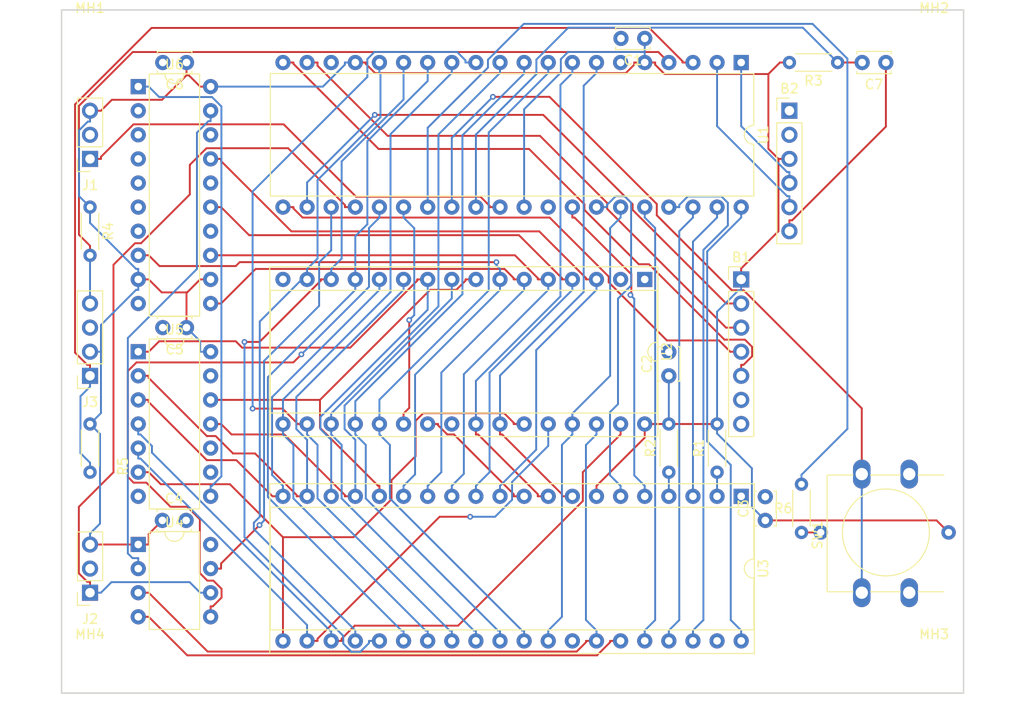
<source format=kicad_pcb>
(kicad_pcb (version 20171130) (host pcbnew 5.1.6~rc1+dfsg1-1)

  (general
    (thickness 1.6)
    (drawings 4)
    (tracks 658)
    (zones 0)
    (modules 29)
    (nets 61)
  )

  (page A4)
  (layers
    (0 F.Cu signal)
    (31 B.Cu signal)
    (32 B.Adhes user)
    (33 F.Adhes user)
    (34 B.Paste user)
    (35 F.Paste user)
    (36 B.SilkS user)
    (37 F.SilkS user)
    (38 B.Mask user)
    (39 F.Mask user)
    (40 Dwgs.User user)
    (41 Cmts.User user)
    (42 Eco1.User user)
    (43 Eco2.User user)
    (44 Edge.Cuts user)
    (45 Margin user)
    (46 B.CrtYd user)
    (47 F.CrtYd user)
    (48 B.Fab user)
    (49 F.Fab user)
  )

  (setup
    (last_trace_width 0.2)
    (user_trace_width 0.2)
    (user_trace_width 0.4)
    (user_trace_width 0.6)
    (user_trace_width 0.8)
    (user_trace_width 1)
    (user_trace_width 1.2)
    (user_trace_width 1.6)
    (user_trace_width 2)
    (trace_clearance 0.2)
    (zone_clearance 0.35)
    (zone_45_only no)
    (trace_min 0.1524)
    (via_size 0.6)
    (via_drill 0.3)
    (via_min_size 0.5)
    (via_min_drill 0.2)
    (user_via 0.9 0.5)
    (user_via 1.2 0.8)
    (user_via 1.4 0.9)
    (user_via 1.5 1)
    (uvia_size 0.3)
    (uvia_drill 0.1)
    (uvias_allowed no)
    (uvia_min_size 0.2)
    (uvia_min_drill 0.1)
    (edge_width 0.15)
    (segment_width 0.2)
    (pcb_text_width 0.3)
    (pcb_text_size 1.5 1.5)
    (mod_edge_width 0.15)
    (mod_text_size 1 1)
    (mod_text_width 0.15)
    (pad_size 1.524 1.524)
    (pad_drill 0.762)
    (pad_to_mask_clearance 0.051)
    (solder_mask_min_width 0.25)
    (aux_axis_origin 101 70)
    (grid_origin 101 70)
    (visible_elements FFFDFF7F)
    (pcbplotparams
      (layerselection 0x010fc_ffffffff)
      (usegerberextensions false)
      (usegerberattributes false)
      (usegerberadvancedattributes false)
      (creategerberjobfile false)
      (excludeedgelayer true)
      (linewidth 0.100000)
      (plotframeref false)
      (viasonmask false)
      (mode 1)
      (useauxorigin false)
      (hpglpennumber 1)
      (hpglpenspeed 20)
      (hpglpendiameter 15.000000)
      (psnegative false)
      (psa4output false)
      (plotreference true)
      (plotvalue true)
      (plotinvisibletext false)
      (padsonsilk false)
      (subtractmaskfromsilk false)
      (outputformat 1)
      (mirror false)
      (drillshape 1)
      (scaleselection 1)
      (outputdirectory ""))
  )

  (net 0 "")
  (net 1 GND)
  (net 2 /A13)
  (net 3 VCC)
  (net 4 /A14)
  (net 5 /A15)
  (net 6 /D7)
  (net 7 /D6)
  (net 8 /D5)
  (net 9 /D4)
  (net 10 /A0)
  (net 11 /D3)
  (net 12 /A1)
  (net 13 /D2)
  (net 14 /A2)
  (net 15 /D1)
  (net 16 /A3)
  (net 17 /D0)
  (net 18 /A4)
  (net 19 /A5)
  (net 20 /A6)
  (net 21 /A7)
  (net 22 /A8)
  (net 23 /A9)
  (net 24 /A10)
  (net 25 /A11)
  (net 26 /A12)
  (net 27 /BS)
  (net 28 /BA)
  (net 29 /AVMA)
  (net 30 /LIC)
  (net 31 /SD_DI)
  (net 32 /SD_DO)
  (net 33 /SD_SCK)
  (net 34 /RD_WR)
  (net 35 /DBG_RX)
  (net 36 /DBG_TX)
  (net 37 /CLK_Q)
  (net 38 /CLK_E)
  (net 39 /~STEP)
  (net 40 /~SD_CS)
  (net 41 /~INT)
  (net 42 /~ACK)
  (net 43 /~IRQ)
  (net 44 /~RESET)
  (net 45 /~HALT)
  (net 46 /~RAM_E)
  (net 47 /SDA)
  (net 48 /SCL)
  (net 49 /~DBG_RST~)
  (net 50 /~USR_LED~)
  (net 51 /~USR_SW~)
  (net 52 "Net-(B2-Pad6)")
  (net 53 "Net-(J1-Pad1)")
  (net 54 "Net-(R6-Pad1)")
  (net 55 "Net-(B1-Pad6)")
  (net 56 "Net-(U3-Pad33)")
  (net 57 "Net-(U4-Pad2)")
  (net 58 "Net-(U5-Pad8)")
  (net 59 "Net-(R1-Pad1)")
  (net 60 "Net-(R2-Pad1)")

  (net_class Default "This is the default net class."
    (clearance 0.2)
    (trace_width 0.2)
    (via_dia 0.6)
    (via_drill 0.3)
    (uvia_dia 0.3)
    (uvia_drill 0.1)
    (diff_pair_width 0.2)
    (diff_pair_gap 0.2)
    (add_net /A0)
    (add_net /A1)
    (add_net /A10)
    (add_net /A11)
    (add_net /A12)
    (add_net /A13)
    (add_net /A14)
    (add_net /A15)
    (add_net /A2)
    (add_net /A3)
    (add_net /A4)
    (add_net /A5)
    (add_net /A6)
    (add_net /A7)
    (add_net /A8)
    (add_net /A9)
    (add_net /AVMA)
    (add_net /BA)
    (add_net /BS)
    (add_net /CLK_E)
    (add_net /CLK_Q)
    (add_net /D0)
    (add_net /D1)
    (add_net /D2)
    (add_net /D3)
    (add_net /D4)
    (add_net /D5)
    (add_net /D6)
    (add_net /D7)
    (add_net /DBG_RX)
    (add_net /DBG_TX)
    (add_net /LIC)
    (add_net /RD_WR)
    (add_net /SCL)
    (add_net /SDA)
    (add_net /SD_DI)
    (add_net /SD_DO)
    (add_net /SD_SCK)
    (add_net /~ACK)
    (add_net /~DBG_RST~)
    (add_net /~HALT)
    (add_net /~INT)
    (add_net /~IRQ)
    (add_net /~RAM_E)
    (add_net /~RESET)
    (add_net /~SD_CS)
    (add_net /~STEP)
    (add_net /~USR_LED~)
    (add_net /~USR_SW~)
    (add_net GND)
    (add_net "Net-(B1-Pad6)")
    (add_net "Net-(B2-Pad6)")
    (add_net "Net-(J1-Pad1)")
    (add_net "Net-(R1-Pad1)")
    (add_net "Net-(R2-Pad1)")
    (add_net "Net-(R6-Pad1)")
    (add_net "Net-(U3-Pad33)")
    (add_net "Net-(U4-Pad2)")
    (add_net "Net-(U5-Pad8)")
    (add_net VCC)
  )

  (module Package_DIP:DIP-20_W7.62mm (layer F.Cu) (tedit 5A02E8C5) (tstamp 5EB171C3)
    (at 106.08 75.08)
    (descr "20-lead though-hole mounted DIP package, row spacing 7.62 mm (300 mils)")
    (tags "THT DIP DIL PDIP 2.54mm 7.62mm 300mil")
    (path /5EB77975)
    (fp_text reference U6 (at 3.81 -2.33) (layer F.SilkS)
      (effects (font (size 1 1) (thickness 0.15)))
    )
    (fp_text value CD74HCT688 (at 3.81 25.19) (layer F.Fab)
      (effects (font (size 1 1) (thickness 0.15)))
    )
    (fp_line (start 1.635 -1.27) (end 6.985 -1.27) (layer F.Fab) (width 0.1))
    (fp_line (start 6.985 -1.27) (end 6.985 24.13) (layer F.Fab) (width 0.1))
    (fp_line (start 6.985 24.13) (end 0.635 24.13) (layer F.Fab) (width 0.1))
    (fp_line (start 0.635 24.13) (end 0.635 -0.27) (layer F.Fab) (width 0.1))
    (fp_line (start 0.635 -0.27) (end 1.635 -1.27) (layer F.Fab) (width 0.1))
    (fp_line (start 2.81 -1.33) (end 1.16 -1.33) (layer F.SilkS) (width 0.12))
    (fp_line (start 1.16 -1.33) (end 1.16 24.19) (layer F.SilkS) (width 0.12))
    (fp_line (start 1.16 24.19) (end 6.46 24.19) (layer F.SilkS) (width 0.12))
    (fp_line (start 6.46 24.19) (end 6.46 -1.33) (layer F.SilkS) (width 0.12))
    (fp_line (start 6.46 -1.33) (end 4.81 -1.33) (layer F.SilkS) (width 0.12))
    (fp_line (start -1.1 -1.55) (end -1.1 24.4) (layer F.CrtYd) (width 0.05))
    (fp_line (start -1.1 24.4) (end 8.7 24.4) (layer F.CrtYd) (width 0.05))
    (fp_line (start 8.7 24.4) (end 8.7 -1.55) (layer F.CrtYd) (width 0.05))
    (fp_line (start 8.7 -1.55) (end -1.1 -1.55) (layer F.CrtYd) (width 0.05))
    (fp_text user %R (at 3.81 11.43) (layer F.Fab)
      (effects (font (size 1 1) (thickness 0.15)))
    )
    (fp_arc (start 3.81 -1.33) (end 2.81 -1.33) (angle -180) (layer F.SilkS) (width 0.12))
    (pad 20 thru_hole oval (at 7.62 0) (size 1.6 1.6) (drill 0.8) (layers *.Cu *.Mask)
      (net 3 VCC))
    (pad 10 thru_hole oval (at 0 22.86) (size 1.6 1.6) (drill 0.8) (layers *.Cu *.Mask)
      (net 1 GND))
    (pad 19 thru_hole oval (at 7.62 2.54) (size 1.6 1.6) (drill 0.8) (layers *.Cu *.Mask)
      (net 57 "Net-(U4-Pad2)"))
    (pad 9 thru_hole oval (at 0 20.32) (size 1.6 1.6) (drill 0.8) (layers *.Cu *.Mask)
      (net 3 VCC))
    (pad 18 thru_hole oval (at 7.62 5.08) (size 1.6 1.6) (drill 0.8) (layers *.Cu *.Mask)
      (net 1 GND))
    (pad 8 thru_hole oval (at 0 17.78) (size 1.6 1.6) (drill 0.8) (layers *.Cu *.Mask)
      (net 21 /A7))
    (pad 17 thru_hole oval (at 7.62 7.62) (size 1.6 1.6) (drill 0.8) (layers *.Cu *.Mask)
      (net 16 /A3))
    (pad 7 thru_hole oval (at 0 15.24) (size 1.6 1.6) (drill 0.8) (layers *.Cu *.Mask)
      (net 1 GND))
    (pad 16 thru_hole oval (at 7.62 10.16) (size 1.6 1.6) (drill 0.8) (layers *.Cu *.Mask)
      (net 1 GND))
    (pad 6 thru_hole oval (at 0 12.7) (size 1.6 1.6) (drill 0.8) (layers *.Cu *.Mask)
      (net 1 GND))
    (pad 15 thru_hole oval (at 7.62 12.7) (size 1.6 1.6) (drill 0.8) (layers *.Cu *.Mask)
      (net 18 /A4))
    (pad 5 thru_hole oval (at 0 10.16) (size 1.6 1.6) (drill 0.8) (layers *.Cu *.Mask)
      (net 1 GND))
    (pad 14 thru_hole oval (at 7.62 15.24) (size 1.6 1.6) (drill 0.8) (layers *.Cu *.Mask)
      (net 1 GND))
    (pad 4 thru_hole oval (at 0 7.62) (size 1.6 1.6) (drill 0.8) (layers *.Cu *.Mask)
      (net 1 GND))
    (pad 13 thru_hole oval (at 7.62 17.78) (size 1.6 1.6) (drill 0.8) (layers *.Cu *.Mask)
      (net 19 /A5))
    (pad 3 thru_hole oval (at 0 5.08) (size 1.6 1.6) (drill 0.8) (layers *.Cu *.Mask)
      (net 1 GND))
    (pad 12 thru_hole oval (at 7.62 20.32) (size 1.6 1.6) (drill 0.8) (layers *.Cu *.Mask)
      (net 3 VCC))
    (pad 2 thru_hole oval (at 0 2.54) (size 1.6 1.6) (drill 0.8) (layers *.Cu *.Mask)
      (net 1 GND))
    (pad 11 thru_hole oval (at 7.62 22.86) (size 1.6 1.6) (drill 0.8) (layers *.Cu *.Mask)
      (net 20 /A6))
    (pad 1 thru_hole rect (at 0 0) (size 1.6 1.6) (drill 0.8) (layers *.Cu *.Mask)
      (net 58 "Net-(U5-Pad8)"))
    (model ${KISYS3DMOD}/Package_DIP.3dshapes/DIP-20_W7.62mm.wrl
      (at (xyz 0 0 0))
      (scale (xyz 1 1 1))
      (rotate (xyz 0 0 0))
    )
  )

  (module Package_DIP:DIP-14_W7.62mm (layer F.Cu) (tedit 5A02E8C5) (tstamp 5EAE0163)
    (at 106.08 103.02)
    (descr "14-lead though-hole mounted DIP package, row spacing 7.62 mm (300 mils)")
    (tags "THT DIP DIL PDIP 2.54mm 7.62mm 300mil")
    (path /5EA2DCB7)
    (fp_text reference U5 (at 3.81 -2.33) (layer F.SilkS)
      (effects (font (size 1 1) (thickness 0.15)))
    )
    (fp_text value CD74HCT30 (at 3.81 17.57) (layer F.Fab)
      (effects (font (size 1 1) (thickness 0.15)))
    )
    (fp_line (start 1.635 -1.27) (end 6.985 -1.27) (layer F.Fab) (width 0.1))
    (fp_line (start 6.985 -1.27) (end 6.985 16.51) (layer F.Fab) (width 0.1))
    (fp_line (start 6.985 16.51) (end 0.635 16.51) (layer F.Fab) (width 0.1))
    (fp_line (start 0.635 16.51) (end 0.635 -0.27) (layer F.Fab) (width 0.1))
    (fp_line (start 0.635 -0.27) (end 1.635 -1.27) (layer F.Fab) (width 0.1))
    (fp_line (start 2.81 -1.33) (end 1.16 -1.33) (layer F.SilkS) (width 0.12))
    (fp_line (start 1.16 -1.33) (end 1.16 16.57) (layer F.SilkS) (width 0.12))
    (fp_line (start 1.16 16.57) (end 6.46 16.57) (layer F.SilkS) (width 0.12))
    (fp_line (start 6.46 16.57) (end 6.46 -1.33) (layer F.SilkS) (width 0.12))
    (fp_line (start 6.46 -1.33) (end 4.81 -1.33) (layer F.SilkS) (width 0.12))
    (fp_line (start -1.1 -1.55) (end -1.1 16.8) (layer F.CrtYd) (width 0.05))
    (fp_line (start -1.1 16.8) (end 8.7 16.8) (layer F.CrtYd) (width 0.05))
    (fp_line (start 8.7 16.8) (end 8.7 -1.55) (layer F.CrtYd) (width 0.05))
    (fp_line (start 8.7 -1.55) (end -1.1 -1.55) (layer F.CrtYd) (width 0.05))
    (fp_text user %R (at 3.81 7.62) (layer F.Fab)
      (effects (font (size 1 1) (thickness 0.15)))
    )
    (fp_arc (start 3.81 -1.33) (end 2.81 -1.33) (angle -180) (layer F.SilkS) (width 0.12))
    (pad 14 thru_hole oval (at 7.62 0) (size 1.6 1.6) (drill 0.8) (layers *.Cu *.Mask)
      (net 3 VCC))
    (pad 7 thru_hole oval (at 0 15.24) (size 1.6 1.6) (drill 0.8) (layers *.Cu *.Mask)
      (net 1 GND))
    (pad 13 thru_hole oval (at 7.62 2.54) (size 1.6 1.6) (drill 0.8) (layers *.Cu *.Mask))
    (pad 6 thru_hole oval (at 0 12.7) (size 1.6 1.6) (drill 0.8) (layers *.Cu *.Mask)
      (net 2 /A13))
    (pad 12 thru_hole oval (at 7.62 5.08) (size 1.6 1.6) (drill 0.8) (layers *.Cu *.Mask)
      (net 22 /A8))
    (pad 5 thru_hole oval (at 0 10.16) (size 1.6 1.6) (drill 0.8) (layers *.Cu *.Mask)
      (net 4 /A14))
    (pad 11 thru_hole oval (at 7.62 7.62) (size 1.6 1.6) (drill 0.8) (layers *.Cu *.Mask)
      (net 23 /A9))
    (pad 4 thru_hole oval (at 0 7.62) (size 1.6 1.6) (drill 0.8) (layers *.Cu *.Mask)
      (net 5 /A15))
    (pad 10 thru_hole oval (at 7.62 10.16) (size 1.6 1.6) (drill 0.8) (layers *.Cu *.Mask))
    (pad 3 thru_hole oval (at 0 5.08) (size 1.6 1.6) (drill 0.8) (layers *.Cu *.Mask)
      (net 26 /A12))
    (pad 9 thru_hole oval (at 7.62 12.7) (size 1.6 1.6) (drill 0.8) (layers *.Cu *.Mask))
    (pad 2 thru_hole oval (at 0 2.54) (size 1.6 1.6) (drill 0.8) (layers *.Cu *.Mask)
      (net 25 /A11))
    (pad 8 thru_hole oval (at 7.62 15.24) (size 1.6 1.6) (drill 0.8) (layers *.Cu *.Mask)
      (net 58 "Net-(U5-Pad8)"))
    (pad 1 thru_hole rect (at 0 0) (size 1.6 1.6) (drill 0.8) (layers *.Cu *.Mask)
      (net 24 /A10))
    (model ${KISYS3DMOD}/Package_DIP.3dshapes/DIP-14_W7.62mm.wrl
      (at (xyz 0 0 0))
      (scale (xyz 1 1 1))
      (rotate (xyz 0 0 0))
    )
  )

  (module Package_DIP:DIP-8_W7.62mm (layer F.Cu) (tedit 5A02E8C5) (tstamp 5EAD7965)
    (at 106.08 123.34)
    (descr "8-lead though-hole mounted DIP package, row spacing 7.62 mm (300 mils)")
    (tags "THT DIP DIL PDIP 2.54mm 7.62mm 300mil")
    (path /5F1D8963)
    (fp_text reference U4 (at 3.81 -2.33) (layer F.SilkS)
      (effects (font (size 1 1) (thickness 0.15)))
    )
    (fp_text value ATtiny412-SS (at 3.81 9.95) (layer F.Fab)
      (effects (font (size 1 1) (thickness 0.15)))
    )
    (fp_line (start 1.635 -1.27) (end 6.985 -1.27) (layer F.Fab) (width 0.1))
    (fp_line (start 6.985 -1.27) (end 6.985 8.89) (layer F.Fab) (width 0.1))
    (fp_line (start 6.985 8.89) (end 0.635 8.89) (layer F.Fab) (width 0.1))
    (fp_line (start 0.635 8.89) (end 0.635 -0.27) (layer F.Fab) (width 0.1))
    (fp_line (start 0.635 -0.27) (end 1.635 -1.27) (layer F.Fab) (width 0.1))
    (fp_line (start 2.81 -1.33) (end 1.16 -1.33) (layer F.SilkS) (width 0.12))
    (fp_line (start 1.16 -1.33) (end 1.16 8.95) (layer F.SilkS) (width 0.12))
    (fp_line (start 1.16 8.95) (end 6.46 8.95) (layer F.SilkS) (width 0.12))
    (fp_line (start 6.46 8.95) (end 6.46 -1.33) (layer F.SilkS) (width 0.12))
    (fp_line (start 6.46 -1.33) (end 4.81 -1.33) (layer F.SilkS) (width 0.12))
    (fp_line (start -1.1 -1.55) (end -1.1 9.15) (layer F.CrtYd) (width 0.05))
    (fp_line (start -1.1 9.15) (end 8.7 9.15) (layer F.CrtYd) (width 0.05))
    (fp_line (start 8.7 9.15) (end 8.7 -1.55) (layer F.CrtYd) (width 0.05))
    (fp_line (start 8.7 -1.55) (end -1.1 -1.55) (layer F.CrtYd) (width 0.05))
    (fp_text user %R (at 3.81 3.81) (layer F.Fab)
      (effects (font (size 1 1) (thickness 0.15)))
    )
    (fp_arc (start 3.81 -1.33) (end 2.81 -1.33) (angle -180) (layer F.SilkS) (width 0.12))
    (pad 8 thru_hole oval (at 7.62 0) (size 1.6 1.6) (drill 0.8) (layers *.Cu *.Mask)
      (net 1 GND))
    (pad 4 thru_hole oval (at 0 7.62) (size 1.6 1.6) (drill 0.8) (layers *.Cu *.Mask)
      (net 37 /CLK_Q))
    (pad 7 thru_hole oval (at 7.62 2.54) (size 1.6 1.6) (drill 0.8) (layers *.Cu *.Mask)
      (net 41 /~INT))
    (pad 3 thru_hole oval (at 0 5.08) (size 1.6 1.6) (drill 0.8) (layers *.Cu *.Mask)
      (net 38 /CLK_E))
    (pad 6 thru_hole oval (at 7.62 5.08) (size 1.6 1.6) (drill 0.8) (layers *.Cu *.Mask)
      (net 42 /~ACK))
    (pad 2 thru_hole oval (at 0 2.54) (size 1.6 1.6) (drill 0.8) (layers *.Cu *.Mask)
      (net 57 "Net-(U4-Pad2)"))
    (pad 5 thru_hole oval (at 7.62 7.62) (size 1.6 1.6) (drill 0.8) (layers *.Cu *.Mask)
      (net 39 /~STEP))
    (pad 1 thru_hole rect (at 0 0) (size 1.6 1.6) (drill 0.8) (layers *.Cu *.Mask)
      (net 3 VCC))
    (model ${KISYS3DMOD}/Package_DIP.3dshapes/DIP-8_W7.62mm.wrl
      (at (xyz 0 0 0))
      (scale (xyz 1 1 1))
      (rotate (xyz 0 0 0))
    )
  )

  (module Capacitor_THT:C_Disc_D3.4mm_W2.1mm_P2.50mm (layer F.Cu) (tedit 5AE50EF0) (tstamp 5EAD7645)
    (at 111.16 72.54 180)
    (descr "C, Disc series, Radial, pin pitch=2.50mm, , diameter*width=3.4*2.1mm^2, Capacitor, http://www.vishay.com/docs/45233/krseries.pdf")
    (tags "C Disc series Radial pin pitch 2.50mm  diameter 3.4mm width 2.1mm Capacitor")
    (path /5EC0852F)
    (fp_text reference C6 (at 1.25 -2.3) (layer F.SilkS)
      (effects (font (size 1 1) (thickness 0.15)))
    )
    (fp_text value 0.1u (at 1.25 2.3) (layer F.Fab)
      (effects (font (size 1 1) (thickness 0.15)))
    )
    (fp_line (start -0.45 -1.05) (end -0.45 1.05) (layer F.Fab) (width 0.1))
    (fp_line (start -0.45 1.05) (end 2.95 1.05) (layer F.Fab) (width 0.1))
    (fp_line (start 2.95 1.05) (end 2.95 -1.05) (layer F.Fab) (width 0.1))
    (fp_line (start 2.95 -1.05) (end -0.45 -1.05) (layer F.Fab) (width 0.1))
    (fp_line (start -0.57 -1.17) (end 3.07 -1.17) (layer F.SilkS) (width 0.12))
    (fp_line (start -0.57 1.17) (end 3.07 1.17) (layer F.SilkS) (width 0.12))
    (fp_line (start -0.57 -1.17) (end -0.57 -0.925) (layer F.SilkS) (width 0.12))
    (fp_line (start -0.57 0.925) (end -0.57 1.17) (layer F.SilkS) (width 0.12))
    (fp_line (start 3.07 -1.17) (end 3.07 -0.925) (layer F.SilkS) (width 0.12))
    (fp_line (start 3.07 0.925) (end 3.07 1.17) (layer F.SilkS) (width 0.12))
    (fp_line (start -1.05 -1.3) (end -1.05 1.3) (layer F.CrtYd) (width 0.05))
    (fp_line (start -1.05 1.3) (end 3.55 1.3) (layer F.CrtYd) (width 0.05))
    (fp_line (start 3.55 1.3) (end 3.55 -1.3) (layer F.CrtYd) (width 0.05))
    (fp_line (start 3.55 -1.3) (end -1.05 -1.3) (layer F.CrtYd) (width 0.05))
    (fp_text user %R (at 1.25 0) (layer F.Fab)
      (effects (font (size 0.68 0.68) (thickness 0.102)))
    )
    (pad 2 thru_hole circle (at 2.5 0 180) (size 1.6 1.6) (drill 0.8) (layers *.Cu *.Mask)
      (net 1 GND))
    (pad 1 thru_hole circle (at 0 0 180) (size 1.6 1.6) (drill 0.8) (layers *.Cu *.Mask)
      (net 3 VCC))
    (model ${KISYS3DMOD}/Capacitor_THT.3dshapes/C_Disc_D3.4mm_W2.1mm_P2.50mm.wrl
      (at (xyz 0 0 0))
      (scale (xyz 1 1 1))
      (rotate (xyz 0 0 0))
    )
  )

  (module 0-LocalLibrary:SW_PUSH-LED-12mm (layer F.Cu) (tedit 5E9E9B6D) (tstamp 5E9F0BD7)
    (at 182.28 128.42 90)
    (descr "SW PUSH 12mm with LED")
    (tags "tact sw push 12mm")
    (path /5E9FC12A)
    (fp_text reference SW1 (at 6.08 -4.66 90) (layer F.SilkS)
      (effects (font (size 1 1) (thickness 0.15)))
    )
    (fp_text value TSD1265 (at 6.62 9.93 90) (layer F.Fab)
      (effects (font (size 1 1) (thickness 0.15)))
    )
    (fp_line (start 0.25 8.5) (end 12.25 8.5) (layer F.Fab) (width 0.1))
    (fp_line (start 0.25 -3.5) (end 12.25 -3.5) (layer F.Fab) (width 0.1))
    (fp_line (start 12.25 -3.5) (end 12.25 8.5) (layer F.Fab) (width 0.1))
    (fp_line (start 0.1 -3.65) (end 12.4 -3.65) (layer F.SilkS) (width 0.12))
    (fp_line (start 12.4 0.93) (end 12.4 4.07) (layer F.SilkS) (width 0.12))
    (fp_line (start 0.1 -0.93) (end 0.1 -3.65) (layer F.SilkS) (width 0.12))
    (fp_line (start -1.77 -3.75) (end 14.25 -3.75) (layer F.CrtYd) (width 0.05))
    (fp_line (start -1.77 -3.75) (end -1.77 8.75) (layer F.CrtYd) (width 0.05))
    (fp_line (start 14.25 8.75) (end 14.25 -3.75) (layer F.CrtYd) (width 0.05))
    (fp_line (start 14.25 8.75) (end -1.77 8.75) (layer F.CrtYd) (width 0.05))
    (fp_circle (center 6.35 2.54) (end 10.16 5.08) (layer F.SilkS) (width 0.12))
    (fp_line (start 0.25 -3.5) (end 0.25 8.5) (layer F.Fab) (width 0.1))
    (fp_line (start 0.1 8.65) (end 0.1 5.93) (layer F.SilkS) (width 0.12))
    (fp_line (start 0.1 4.07) (end 0.1 0.93) (layer F.SilkS) (width 0.12))
    (fp_line (start 12.4 5.93) (end 12.4 8.65) (layer F.SilkS) (width 0.12))
    (fp_line (start 12.4 -3.65) (end 12.4 -0.93) (layer F.SilkS) (width 0.12))
    (fp_text user %R (at 6.35 2.54 90) (layer F.Fab)
      (effects (font (size 1 1) (thickness 0.15)))
    )
    (pad 4 thru_hole circle (at 6.35 9.144 90) (size 1.524 1.524) (drill 0.762) (layers *.Cu *.Mask)
      (net 3 VCC))
    (pad 3 thru_hole circle (at 6.35 -4.318 90) (size 1.524 1.524) (drill 0.762) (layers *.Cu *.Mask)
      (net 54 "Net-(R6-Pad1)"))
    (pad 1 thru_hole oval (at 12.5 0 90) (size 3.048 1.85) (drill 1.3) (layers *.Cu *.Mask)
      (net 51 /~USR_SW~))
    (pad 2 thru_hole oval (at 12.5 5 90) (size 3.048 1.85) (drill 1.3) (layers *.Cu *.Mask)
      (net 1 GND))
    (pad 1 thru_hole oval (at 0 0 90) (size 3.048 1.85) (drill 1.3) (layers *.Cu *.Mask)
      (net 51 /~USR_SW~))
    (pad 2 thru_hole oval (at 0 5 90) (size 3.048 1.85) (drill 1.3) (layers *.Cu *.Mask)
      (net 1 GND))
    (model ${KISYS3DMOD}/Button_Switch_THT.3dshapes/SW_PUSH-12mm.wrl
      (at (xyz 0 0 0))
      (scale (xyz 1 1 1))
      (rotate (xyz 0 0 0))
    )
  )

  (module Resistor_THT:R_Axial_DIN0204_L3.6mm_D1.6mm_P5.08mm_Horizontal (layer F.Cu) (tedit 5AE5139B) (tstamp 5E86EF01)
    (at 101 87.78 270)
    (descr "Resistor, Axial_DIN0204 series, Axial, Horizontal, pin pitch=5.08mm, 0.167W, length*diameter=3.6*1.6mm^2, http://cdn-reichelt.de/documents/datenblatt/B400/1_4W%23YAG.pdf")
    (tags "Resistor Axial_DIN0204 series Axial Horizontal pin pitch 5.08mm 0.167W length 3.6mm diameter 1.6mm")
    (path /5D07D569)
    (fp_text reference R4 (at 2.54 -1.92 90) (layer F.SilkS)
      (effects (font (size 1 1) (thickness 0.15)))
    )
    (fp_text value 4k7 (at 2.54 1.92 90) (layer F.Fab)
      (effects (font (size 1 1) (thickness 0.15)))
    )
    (fp_line (start 6.03 -1.05) (end -0.95 -1.05) (layer F.CrtYd) (width 0.05))
    (fp_line (start 6.03 1.05) (end 6.03 -1.05) (layer F.CrtYd) (width 0.05))
    (fp_line (start -0.95 1.05) (end 6.03 1.05) (layer F.CrtYd) (width 0.05))
    (fp_line (start -0.95 -1.05) (end -0.95 1.05) (layer F.CrtYd) (width 0.05))
    (fp_line (start 0.62 0.92) (end 4.46 0.92) (layer F.SilkS) (width 0.12))
    (fp_line (start 0.62 -0.92) (end 4.46 -0.92) (layer F.SilkS) (width 0.12))
    (fp_line (start 5.08 0) (end 4.34 0) (layer F.Fab) (width 0.1))
    (fp_line (start 0 0) (end 0.74 0) (layer F.Fab) (width 0.1))
    (fp_line (start 4.34 -0.8) (end 0.74 -0.8) (layer F.Fab) (width 0.1))
    (fp_line (start 4.34 0.8) (end 4.34 -0.8) (layer F.Fab) (width 0.1))
    (fp_line (start 0.74 0.8) (end 4.34 0.8) (layer F.Fab) (width 0.1))
    (fp_line (start 0.74 -0.8) (end 0.74 0.8) (layer F.Fab) (width 0.1))
    (fp_text user %R (at 2.54 0 90) (layer F.Fab)
      (effects (font (size 0.72 0.72) (thickness 0.108)))
    )
    (pad 2 thru_hole oval (at 5.08 0 270) (size 1.4 1.4) (drill 0.7) (layers *.Cu *.Mask)
      (net 48 /SCL))
    (pad 1 thru_hole circle (at 0 0 270) (size 1.4 1.4) (drill 0.7) (layers *.Cu *.Mask)
      (net 3 VCC))
    (model ${KISYS3DMOD}/Resistor_THT.3dshapes/R_Axial_DIN0204_L3.6mm_D1.6mm_P5.08mm_Horizontal.wrl
      (at (xyz 0 0 0))
      (scale (xyz 1 1 1))
      (rotate (xyz 0 0 0))
    )
  )

  (module Resistor_THT:R_Axial_DIN0204_L3.6mm_D1.6mm_P5.08mm_Horizontal (layer F.Cu) (tedit 5AE5139B) (tstamp 5E86EF12)
    (at 101 110.64 270)
    (descr "Resistor, Axial_DIN0204 series, Axial, Horizontal, pin pitch=5.08mm, 0.167W, length*diameter=3.6*1.6mm^2, http://cdn-reichelt.de/documents/datenblatt/B400/1_4W%23YAG.pdf")
    (tags "Resistor Axial_DIN0204 series Axial Horizontal pin pitch 5.08mm 0.167W length 3.6mm diameter 1.6mm")
    (path /5D07D4B8)
    (fp_text reference R5 (at 4.46 -3.46 90) (layer F.SilkS)
      (effects (font (size 1 1) (thickness 0.15)))
    )
    (fp_text value 4k7 (at 2.54 1.92 90) (layer F.Fab)
      (effects (font (size 1 1) (thickness 0.15)))
    )
    (fp_line (start 6.03 -1.05) (end -0.95 -1.05) (layer F.CrtYd) (width 0.05))
    (fp_line (start 6.03 1.05) (end 6.03 -1.05) (layer F.CrtYd) (width 0.05))
    (fp_line (start -0.95 1.05) (end 6.03 1.05) (layer F.CrtYd) (width 0.05))
    (fp_line (start -0.95 -1.05) (end -0.95 1.05) (layer F.CrtYd) (width 0.05))
    (fp_line (start 0.62 0.92) (end 4.46 0.92) (layer F.SilkS) (width 0.12))
    (fp_line (start 0.62 -0.92) (end 4.46 -0.92) (layer F.SilkS) (width 0.12))
    (fp_line (start 5.08 0) (end 4.34 0) (layer F.Fab) (width 0.1))
    (fp_line (start 0 0) (end 0.74 0) (layer F.Fab) (width 0.1))
    (fp_line (start 4.34 -0.8) (end 0.74 -0.8) (layer F.Fab) (width 0.1))
    (fp_line (start 4.34 0.8) (end 4.34 -0.8) (layer F.Fab) (width 0.1))
    (fp_line (start 0.74 0.8) (end 4.34 0.8) (layer F.Fab) (width 0.1))
    (fp_line (start 0.74 -0.8) (end 0.74 0.8) (layer F.Fab) (width 0.1))
    (fp_text user %R (at 2.54 0 90) (layer F.Fab)
      (effects (font (size 0.72 0.72) (thickness 0.108)))
    )
    (pad 2 thru_hole oval (at 5.08 0 270) (size 1.4 1.4) (drill 0.7) (layers *.Cu *.Mask)
      (net 47 /SDA))
    (pad 1 thru_hole circle (at 0 0 270) (size 1.4 1.4) (drill 0.7) (layers *.Cu *.Mask)
      (net 3 VCC))
    (model ${KISYS3DMOD}/Resistor_THT.3dshapes/R_Axial_DIN0204_L3.6mm_D1.6mm_P5.08mm_Horizontal.wrl
      (at (xyz 0 0 0))
      (scale (xyz 1 1 1))
      (rotate (xyz 0 0 0))
    )
  )

  (module Capacitor_THT:C_Disc_D3.4mm_W2.1mm_P2.50mm (layer F.Cu) (tedit 5AE50EF0) (tstamp 5E9ED2BF)
    (at 111.16 100.48 180)
    (descr "C, Disc series, Radial, pin pitch=2.50mm, , diameter*width=3.4*2.1mm^2, Capacitor, http://www.vishay.com/docs/45233/krseries.pdf")
    (tags "C Disc series Radial pin pitch 2.50mm  diameter 3.4mm width 2.1mm Capacitor")
    (path /5F886987)
    (fp_text reference C5 (at 1.25 -2.3) (layer F.SilkS)
      (effects (font (size 1 1) (thickness 0.15)))
    )
    (fp_text value 0.1u (at 1.25 2.3) (layer F.Fab)
      (effects (font (size 1 1) (thickness 0.15)))
    )
    (fp_line (start 3.55 -1.3) (end -1.05 -1.3) (layer F.CrtYd) (width 0.05))
    (fp_line (start 3.55 1.3) (end 3.55 -1.3) (layer F.CrtYd) (width 0.05))
    (fp_line (start -1.05 1.3) (end 3.55 1.3) (layer F.CrtYd) (width 0.05))
    (fp_line (start -1.05 -1.3) (end -1.05 1.3) (layer F.CrtYd) (width 0.05))
    (fp_line (start 3.07 0.925) (end 3.07 1.17) (layer F.SilkS) (width 0.12))
    (fp_line (start 3.07 -1.17) (end 3.07 -0.925) (layer F.SilkS) (width 0.12))
    (fp_line (start -0.57 0.925) (end -0.57 1.17) (layer F.SilkS) (width 0.12))
    (fp_line (start -0.57 -1.17) (end -0.57 -0.925) (layer F.SilkS) (width 0.12))
    (fp_line (start -0.57 1.17) (end 3.07 1.17) (layer F.SilkS) (width 0.12))
    (fp_line (start -0.57 -1.17) (end 3.07 -1.17) (layer F.SilkS) (width 0.12))
    (fp_line (start 2.95 -1.05) (end -0.45 -1.05) (layer F.Fab) (width 0.1))
    (fp_line (start 2.95 1.05) (end 2.95 -1.05) (layer F.Fab) (width 0.1))
    (fp_line (start -0.45 1.05) (end 2.95 1.05) (layer F.Fab) (width 0.1))
    (fp_line (start -0.45 -1.05) (end -0.45 1.05) (layer F.Fab) (width 0.1))
    (fp_text user %R (at 1.25 0) (layer F.Fab)
      (effects (font (size 0.68 0.68) (thickness 0.102)))
    )
    (pad 2 thru_hole circle (at 2.5 0 180) (size 1.6 1.6) (drill 0.8) (layers *.Cu *.Mask)
      (net 1 GND))
    (pad 1 thru_hole circle (at 0 0 180) (size 1.6 1.6) (drill 0.8) (layers *.Cu *.Mask)
      (net 3 VCC))
    (model ${KISYS3DMOD}/Capacitor_THT.3dshapes/C_Disc_D3.4mm_W2.1mm_P2.50mm.wrl
      (at (xyz 0 0 0))
      (scale (xyz 1 1 1))
      (rotate (xyz 0 0 0))
    )
  )

  (module 0-LocalLibrary:GY232V2 (layer F.Cu) (tedit 5E9EA05A) (tstamp 5E9F0B8B)
    (at 174.66 77.62)
    (descr "Through hole straight pin header, 1x06, 2.54mm pitch, single row")
    (tags "Through hole pin header THT 1x06 2.54mm single row")
    (path /5EA154E8)
    (fp_text reference B2 (at 0 -2.33) (layer F.SilkS)
      (effects (font (size 1 1) (thickness 0.15)))
    )
    (fp_text value USB_Serial (at 8.128 6.604) (layer F.Fab)
      (effects (font (size 1 1) (thickness 0.15)))
    )
    (fp_line (start -0.635 -1.27) (end 17.018 -1.27) (layer F.Fab) (width 0.1))
    (fp_line (start 17.018 -1.27) (end 17.018 13.97) (layer F.Fab) (width 0.1))
    (fp_line (start 17.018 13.97) (end -1.27 13.97) (layer F.Fab) (width 0.1))
    (fp_line (start -1.27 13.97) (end -1.27 -0.635) (layer F.Fab) (width 0.1))
    (fp_line (start -1.27 -0.635) (end -0.635 -1.27) (layer F.Fab) (width 0.1))
    (fp_line (start -1.33 14.03) (end 1.33 14.03) (layer F.SilkS) (width 0.12))
    (fp_line (start -1.33 1.27) (end -1.33 14.03) (layer F.SilkS) (width 0.12))
    (fp_line (start 1.33 1.27) (end 1.33 14.03) (layer F.SilkS) (width 0.12))
    (fp_line (start -1.33 1.27) (end 1.33 1.27) (layer F.SilkS) (width 0.12))
    (fp_line (start -1.33 0) (end -1.33 -1.33) (layer F.SilkS) (width 0.12))
    (fp_line (start -1.33 -1.33) (end 0 -1.33) (layer F.SilkS) (width 0.12))
    (fp_line (start -2.032 -1.778) (end -2.032 14.522) (layer F.CrtYd) (width 0.05))
    (fp_line (start -2.032 14.5) (end 17.526 14.5) (layer F.CrtYd) (width 0.05))
    (fp_line (start 17.526 14.478) (end 17.526 -1.822) (layer F.CrtYd) (width 0.05))
    (fp_line (start 17.526 -1.8) (end -2.076 -1.8) (layer F.CrtYd) (width 0.05))
    (fp_text user %R (at 0 6.35 -270) (layer F.Fab)
      (effects (font (size 1 1) (thickness 0.15)))
    )
    (pad 1 thru_hole rect (at 0 0) (size 1.7 1.7) (drill 1) (layers *.Cu *.Mask)
      (net 1 GND))
    (pad 2 thru_hole oval (at 0 2.54) (size 1.7 1.7) (drill 1) (layers *.Cu *.Mask)
      (net 1 GND))
    (pad 3 thru_hole oval (at 0 5.08) (size 1.7 1.7) (drill 1) (layers *.Cu *.Mask)
      (net 3 VCC))
    (pad 4 thru_hole oval (at 0 7.62) (size 1.7 1.7) (drill 1) (layers *.Cu *.Mask)
      (net 35 /DBG_RX))
    (pad 5 thru_hole oval (at 0 10.16) (size 1.7 1.7) (drill 1) (layers *.Cu *.Mask)
      (net 36 /DBG_TX))
    (pad 6 thru_hole oval (at 0 12.7) (size 1.7 1.7) (drill 1) (layers *.Cu *.Mask)
      (net 52 "Net-(B2-Pad6)"))
    (model ${KISYS3DMOD}/Connector_PinHeader_2.54mm.3dshapes/PinHeader_1x06_P2.54mm_Vertical.wrl
      (at (xyz 0 0 0))
      (scale (xyz 1 1 1))
      (rotate (xyz 0 0 0))
    )
  )

  (module 0-LocalLibrary:uSD_CARD (layer F.Cu) (tedit 5E9EA19C) (tstamp 5E9EAFAE)
    (at 169.58 95.4)
    (descr "uSD card 5V shifting adapter")
    (tags "Through hole pin header THT 1x07 2.54mm single row")
    (path /5EA424D9)
    (fp_text reference B1 (at 0 -2.33) (layer F.SilkS)
      (effects (font (size 1 1) (thickness 0.15)))
    )
    (fp_text value Micro_SD (at 11.684 8.128) (layer F.Fab)
      (effects (font (size 1 1) (thickness 0.15)))
    )
    (fp_line (start -0.635 -1.27) (end 22.86 -1.27) (layer F.Fab) (width 0.1))
    (fp_line (start 22.86 -1.27) (end 22.86 16.51) (layer F.Fab) (width 0.1))
    (fp_line (start 22.86 16.51) (end -1.27 16.51) (layer F.Fab) (width 0.1))
    (fp_line (start -1.27 16.51) (end -1.27 -0.635) (layer F.Fab) (width 0.1))
    (fp_line (start -1.27 -0.635) (end -0.635 -1.27) (layer F.Fab) (width 0.1))
    (fp_line (start -1.33 16.57) (end 1.33 16.57) (layer F.SilkS) (width 0.12))
    (fp_line (start -1.33 1.27) (end -1.33 16.57) (layer F.SilkS) (width 0.12))
    (fp_line (start 1.33 1.27) (end 1.33 16.57) (layer F.SilkS) (width 0.12))
    (fp_line (start -1.33 1.27) (end 1.33 1.27) (layer F.SilkS) (width 0.12))
    (fp_line (start -1.33 0) (end -1.33 -1.33) (layer F.SilkS) (width 0.12))
    (fp_line (start -1.33 -1.33) (end 0 -1.33) (layer F.SilkS) (width 0.12))
    (fp_line (start -1.8 -1.8) (end -1.8 17.05) (layer F.CrtYd) (width 0.05))
    (fp_line (start -1.8 17.05) (end 23.368 17.018) (layer F.CrtYd) (width 0.05))
    (fp_line (start 23.368 17.018) (end 23.368 -1.832) (layer F.CrtYd) (width 0.05))
    (fp_line (start 23.368 -1.8) (end -1.8 -1.8) (layer F.CrtYd) (width 0.05))
    (fp_text user %R (at 0 7.62 -270) (layer F.Fab)
      (effects (font (size 1 1) (thickness 0.15)))
    )
    (pad 1 thru_hole rect (at 0 0) (size 1.7 1.7) (drill 1) (layers *.Cu *.Mask)
      (net 3 VCC))
    (pad 2 thru_hole oval (at 0 2.54) (size 1.7 1.7) (drill 1) (layers *.Cu *.Mask)
      (net 40 /~SD_CS))
    (pad 3 thru_hole oval (at 0 5.08) (size 1.7 1.7) (drill 1) (layers *.Cu *.Mask)
      (net 31 /SD_DI))
    (pad 4 thru_hole oval (at 0 7.62) (size 1.7 1.7) (drill 1) (layers *.Cu *.Mask)
      (net 33 /SD_SCK))
    (pad 5 thru_hole oval (at 0 10.16) (size 1.7 1.7) (drill 1) (layers *.Cu *.Mask)
      (net 32 /SD_DO))
    (pad 6 thru_hole oval (at 0 12.7) (size 1.7 1.7) (drill 1) (layers *.Cu *.Mask)
      (net 55 "Net-(B1-Pad6)"))
    (pad 7 thru_hole oval (at 0 15.24) (size 1.7 1.7) (drill 1) (layers *.Cu *.Mask)
      (net 1 GND))
    (model ${KISYS3DMOD}/Connector_PinHeader_2.54mm.3dshapes/PinHeader_1x07_P2.54mm_Vertical.wrl
      (at (xyz 0 0 0))
      (scale (xyz 1 1 1))
      (rotate (xyz 0 0 0))
    )
  )

  (module Capacitor_THT:C_Disc_D3.4mm_W2.1mm_P2.50mm (layer F.Cu) (tedit 5AE50EF0) (tstamp 5E9D9D84)
    (at 184.82 72.54 180)
    (descr "C, Disc series, Radial, pin pitch=2.50mm, , diameter*width=3.4*2.1mm^2, Capacitor, http://www.vishay.com/docs/45233/krseries.pdf")
    (tags "C Disc series Radial pin pitch 2.50mm  diameter 3.4mm width 2.1mm Capacitor")
    (path /5D08863C)
    (fp_text reference C7 (at 1.25 -2.3) (layer F.SilkS)
      (effects (font (size 1 1) (thickness 0.15)))
    )
    (fp_text value 0.1u (at 1.25 2.3) (layer F.Fab)
      (effects (font (size 1 1) (thickness 0.15)))
    )
    (fp_line (start 3.55 -1.3) (end -1.05 -1.3) (layer F.CrtYd) (width 0.05))
    (fp_line (start 3.55 1.3) (end 3.55 -1.3) (layer F.CrtYd) (width 0.05))
    (fp_line (start -1.05 1.3) (end 3.55 1.3) (layer F.CrtYd) (width 0.05))
    (fp_line (start -1.05 -1.3) (end -1.05 1.3) (layer F.CrtYd) (width 0.05))
    (fp_line (start 3.07 0.925) (end 3.07 1.17) (layer F.SilkS) (width 0.12))
    (fp_line (start 3.07 -1.17) (end 3.07 -0.925) (layer F.SilkS) (width 0.12))
    (fp_line (start -0.57 0.925) (end -0.57 1.17) (layer F.SilkS) (width 0.12))
    (fp_line (start -0.57 -1.17) (end -0.57 -0.925) (layer F.SilkS) (width 0.12))
    (fp_line (start -0.57 1.17) (end 3.07 1.17) (layer F.SilkS) (width 0.12))
    (fp_line (start -0.57 -1.17) (end 3.07 -1.17) (layer F.SilkS) (width 0.12))
    (fp_line (start 2.95 -1.05) (end -0.45 -1.05) (layer F.Fab) (width 0.1))
    (fp_line (start 2.95 1.05) (end 2.95 -1.05) (layer F.Fab) (width 0.1))
    (fp_line (start -0.45 1.05) (end 2.95 1.05) (layer F.Fab) (width 0.1))
    (fp_line (start -0.45 -1.05) (end -0.45 1.05) (layer F.Fab) (width 0.1))
    (fp_text user %R (at 1.25 0) (layer F.Fab)
      (effects (font (size 0.68 0.68) (thickness 0.102)))
    )
    (pad 2 thru_hole circle (at 2.5 0 180) (size 1.6 1.6) (drill 0.8) (layers *.Cu *.Mask)
      (net 49 /~DBG_RST~))
    (pad 1 thru_hole circle (at 0 0 180) (size 1.6 1.6) (drill 0.8) (layers *.Cu *.Mask)
      (net 52 "Net-(B2-Pad6)"))
    (model ${KISYS3DMOD}/Capacitor_THT.3dshapes/C_Disc_D3.4mm_W2.1mm_P2.50mm.wrl
      (at (xyz 0 0 0))
      (scale (xyz 1 1 1))
      (rotate (xyz 0 0 0))
    )
  )

  (module Capacitor_THT:C_Disc_D3.4mm_W2.1mm_P2.50mm (layer F.Cu) (tedit 5AE50EF0) (tstamp 5E9DAC45)
    (at 108.62 120.8)
    (descr "C, Disc series, Radial, pin pitch=2.50mm, , diameter*width=3.4*2.1mm^2, Capacitor, http://www.vishay.com/docs/45233/krseries.pdf")
    (tags "C Disc series Radial pin pitch 2.50mm  diameter 3.4mm width 2.1mm Capacitor")
    (path /5D0FCF1C)
    (fp_text reference C4 (at 1.25 -2.3) (layer F.SilkS)
      (effects (font (size 1 1) (thickness 0.15)))
    )
    (fp_text value 0.1u (at 1.25 2.3) (layer F.Fab)
      (effects (font (size 1 1) (thickness 0.15)))
    )
    (fp_line (start 3.55 -1.3) (end -1.05 -1.3) (layer F.CrtYd) (width 0.05))
    (fp_line (start 3.55 1.3) (end 3.55 -1.3) (layer F.CrtYd) (width 0.05))
    (fp_line (start -1.05 1.3) (end 3.55 1.3) (layer F.CrtYd) (width 0.05))
    (fp_line (start -1.05 -1.3) (end -1.05 1.3) (layer F.CrtYd) (width 0.05))
    (fp_line (start 3.07 0.925) (end 3.07 1.17) (layer F.SilkS) (width 0.12))
    (fp_line (start 3.07 -1.17) (end 3.07 -0.925) (layer F.SilkS) (width 0.12))
    (fp_line (start -0.57 0.925) (end -0.57 1.17) (layer F.SilkS) (width 0.12))
    (fp_line (start -0.57 -1.17) (end -0.57 -0.925) (layer F.SilkS) (width 0.12))
    (fp_line (start -0.57 1.17) (end 3.07 1.17) (layer F.SilkS) (width 0.12))
    (fp_line (start -0.57 -1.17) (end 3.07 -1.17) (layer F.SilkS) (width 0.12))
    (fp_line (start 2.95 -1.05) (end -0.45 -1.05) (layer F.Fab) (width 0.1))
    (fp_line (start 2.95 1.05) (end 2.95 -1.05) (layer F.Fab) (width 0.1))
    (fp_line (start -0.45 1.05) (end 2.95 1.05) (layer F.Fab) (width 0.1))
    (fp_line (start -0.45 -1.05) (end -0.45 1.05) (layer F.Fab) (width 0.1))
    (fp_text user %R (at 1.25 0) (layer F.Fab)
      (effects (font (size 0.68 0.68) (thickness 0.102)))
    )
    (pad 2 thru_hole circle (at 2.5 0) (size 1.6 1.6) (drill 0.8) (layers *.Cu *.Mask)
      (net 1 GND))
    (pad 1 thru_hole circle (at 0 0) (size 1.6 1.6) (drill 0.8) (layers *.Cu *.Mask)
      (net 3 VCC))
    (model ${KISYS3DMOD}/Capacitor_THT.3dshapes/C_Disc_D3.4mm_W2.1mm_P2.50mm.wrl
      (at (xyz 0 0 0))
      (scale (xyz 1 1 1))
      (rotate (xyz 0 0 0))
    )
  )

  (module Capacitor_THT:C_Disc_D3.4mm_W2.1mm_P2.50mm (layer F.Cu) (tedit 5AE50EF0) (tstamp 5EAFAA67)
    (at 172.12 120.8 90)
    (descr "C, Disc series, Radial, pin pitch=2.50mm, , diameter*width=3.4*2.1mm^2, Capacitor, http://www.vishay.com/docs/45233/krseries.pdf")
    (tags "C Disc series Radial pin pitch 2.50mm  diameter 3.4mm width 2.1mm Capacitor")
    (path /5D0E12B4)
    (fp_text reference C3 (at 1.25 -2.3 90) (layer F.SilkS)
      (effects (font (size 1 1) (thickness 0.15)))
    )
    (fp_text value 0.1u (at 1.25 2.3 90) (layer F.Fab)
      (effects (font (size 1 1) (thickness 0.15)))
    )
    (fp_line (start 3.55 -1.3) (end -1.05 -1.3) (layer F.CrtYd) (width 0.05))
    (fp_line (start 3.55 1.3) (end 3.55 -1.3) (layer F.CrtYd) (width 0.05))
    (fp_line (start -1.05 1.3) (end 3.55 1.3) (layer F.CrtYd) (width 0.05))
    (fp_line (start -1.05 -1.3) (end -1.05 1.3) (layer F.CrtYd) (width 0.05))
    (fp_line (start 3.07 0.925) (end 3.07 1.17) (layer F.SilkS) (width 0.12))
    (fp_line (start 3.07 -1.17) (end 3.07 -0.925) (layer F.SilkS) (width 0.12))
    (fp_line (start -0.57 0.925) (end -0.57 1.17) (layer F.SilkS) (width 0.12))
    (fp_line (start -0.57 -1.17) (end -0.57 -0.925) (layer F.SilkS) (width 0.12))
    (fp_line (start -0.57 1.17) (end 3.07 1.17) (layer F.SilkS) (width 0.12))
    (fp_line (start -0.57 -1.17) (end 3.07 -1.17) (layer F.SilkS) (width 0.12))
    (fp_line (start 2.95 -1.05) (end -0.45 -1.05) (layer F.Fab) (width 0.1))
    (fp_line (start 2.95 1.05) (end 2.95 -1.05) (layer F.Fab) (width 0.1))
    (fp_line (start -0.45 1.05) (end 2.95 1.05) (layer F.Fab) (width 0.1))
    (fp_line (start -0.45 -1.05) (end -0.45 1.05) (layer F.Fab) (width 0.1))
    (fp_text user %R (at 1.25 0 90) (layer F.Fab)
      (effects (font (size 0.68 0.68) (thickness 0.102)))
    )
    (pad 2 thru_hole circle (at 2.5 0 90) (size 1.6 1.6) (drill 0.8) (layers *.Cu *.Mask)
      (net 1 GND))
    (pad 1 thru_hole circle (at 0 0 90) (size 1.6 1.6) (drill 0.8) (layers *.Cu *.Mask)
      (net 3 VCC))
    (model ${KISYS3DMOD}/Capacitor_THT.3dshapes/C_Disc_D3.4mm_W2.1mm_P2.50mm.wrl
      (at (xyz 0 0 0))
      (scale (xyz 1 1 1))
      (rotate (xyz 0 0 0))
    )
  )

  (module Capacitor_THT:C_Disc_D3.4mm_W2.1mm_P2.50mm (layer F.Cu) (tedit 5AE50EF0) (tstamp 5EB112E2)
    (at 161.96 105.56 90)
    (descr "C, Disc series, Radial, pin pitch=2.50mm, , diameter*width=3.4*2.1mm^2, Capacitor, http://www.vishay.com/docs/45233/krseries.pdf")
    (tags "C Disc series Radial pin pitch 2.50mm  diameter 3.4mm width 2.1mm Capacitor")
    (path /5D0D348A)
    (fp_text reference C2 (at 1.25 -2.3 90) (layer F.SilkS)
      (effects (font (size 1 1) (thickness 0.15)))
    )
    (fp_text value 0.1u (at 1.25 2.3 90) (layer F.Fab)
      (effects (font (size 1 1) (thickness 0.15)))
    )
    (fp_line (start 3.55 -1.3) (end -1.05 -1.3) (layer F.CrtYd) (width 0.05))
    (fp_line (start 3.55 1.3) (end 3.55 -1.3) (layer F.CrtYd) (width 0.05))
    (fp_line (start -1.05 1.3) (end 3.55 1.3) (layer F.CrtYd) (width 0.05))
    (fp_line (start -1.05 -1.3) (end -1.05 1.3) (layer F.CrtYd) (width 0.05))
    (fp_line (start 3.07 0.925) (end 3.07 1.17) (layer F.SilkS) (width 0.12))
    (fp_line (start 3.07 -1.17) (end 3.07 -0.925) (layer F.SilkS) (width 0.12))
    (fp_line (start -0.57 0.925) (end -0.57 1.17) (layer F.SilkS) (width 0.12))
    (fp_line (start -0.57 -1.17) (end -0.57 -0.925) (layer F.SilkS) (width 0.12))
    (fp_line (start -0.57 1.17) (end 3.07 1.17) (layer F.SilkS) (width 0.12))
    (fp_line (start -0.57 -1.17) (end 3.07 -1.17) (layer F.SilkS) (width 0.12))
    (fp_line (start 2.95 -1.05) (end -0.45 -1.05) (layer F.Fab) (width 0.1))
    (fp_line (start 2.95 1.05) (end 2.95 -1.05) (layer F.Fab) (width 0.1))
    (fp_line (start -0.45 1.05) (end 2.95 1.05) (layer F.Fab) (width 0.1))
    (fp_line (start -0.45 -1.05) (end -0.45 1.05) (layer F.Fab) (width 0.1))
    (fp_text user %R (at 1.25 0 90) (layer F.Fab)
      (effects (font (size 0.68 0.68) (thickness 0.102)))
    )
    (pad 2 thru_hole circle (at 2.5 0 90) (size 1.6 1.6) (drill 0.8) (layers *.Cu *.Mask)
      (net 1 GND))
    (pad 1 thru_hole circle (at 0 0 90) (size 1.6 1.6) (drill 0.8) (layers *.Cu *.Mask)
      (net 3 VCC))
    (model ${KISYS3DMOD}/Capacitor_THT.3dshapes/C_Disc_D3.4mm_W2.1mm_P2.50mm.wrl
      (at (xyz 0 0 0))
      (scale (xyz 1 1 1))
      (rotate (xyz 0 0 0))
    )
  )

  (module Capacitor_THT:C_Disc_D3.4mm_W2.1mm_P2.50mm (layer F.Cu) (tedit 5AE50EF0) (tstamp 5E86EE5F)
    (at 159.42 70 180)
    (descr "C, Disc series, Radial, pin pitch=2.50mm, , diameter*width=3.4*2.1mm^2, Capacitor, http://www.vishay.com/docs/45233/krseries.pdf")
    (tags "C Disc series Radial pin pitch 2.50mm  diameter 3.4mm width 2.1mm Capacitor")
    (path /5D080349)
    (fp_text reference C1 (at 1.25 -2.3) (layer F.SilkS)
      (effects (font (size 1 1) (thickness 0.15)))
    )
    (fp_text value 0.1u (at 1.25 2.3) (layer F.Fab)
      (effects (font (size 1 1) (thickness 0.15)))
    )
    (fp_line (start 3.55 -1.3) (end -1.05 -1.3) (layer F.CrtYd) (width 0.05))
    (fp_line (start 3.55 1.3) (end 3.55 -1.3) (layer F.CrtYd) (width 0.05))
    (fp_line (start -1.05 1.3) (end 3.55 1.3) (layer F.CrtYd) (width 0.05))
    (fp_line (start -1.05 -1.3) (end -1.05 1.3) (layer F.CrtYd) (width 0.05))
    (fp_line (start 3.07 0.925) (end 3.07 1.17) (layer F.SilkS) (width 0.12))
    (fp_line (start 3.07 -1.17) (end 3.07 -0.925) (layer F.SilkS) (width 0.12))
    (fp_line (start -0.57 0.925) (end -0.57 1.17) (layer F.SilkS) (width 0.12))
    (fp_line (start -0.57 -1.17) (end -0.57 -0.925) (layer F.SilkS) (width 0.12))
    (fp_line (start -0.57 1.17) (end 3.07 1.17) (layer F.SilkS) (width 0.12))
    (fp_line (start -0.57 -1.17) (end 3.07 -1.17) (layer F.SilkS) (width 0.12))
    (fp_line (start 2.95 -1.05) (end -0.45 -1.05) (layer F.Fab) (width 0.1))
    (fp_line (start 2.95 1.05) (end 2.95 -1.05) (layer F.Fab) (width 0.1))
    (fp_line (start -0.45 1.05) (end 2.95 1.05) (layer F.Fab) (width 0.1))
    (fp_line (start -0.45 -1.05) (end -0.45 1.05) (layer F.Fab) (width 0.1))
    (fp_text user %R (at 1.25 0) (layer F.Fab)
      (effects (font (size 0.68 0.68) (thickness 0.102)))
    )
    (pad 2 thru_hole circle (at 2.5 0 180) (size 1.6 1.6) (drill 0.8) (layers *.Cu *.Mask)
      (net 1 GND))
    (pad 1 thru_hole circle (at 0 0 180) (size 1.6 1.6) (drill 0.8) (layers *.Cu *.Mask)
      (net 3 VCC))
    (model ${KISYS3DMOD}/Capacitor_THT.3dshapes/C_Disc_D3.4mm_W2.1mm_P2.50mm.wrl
      (at (xyz 0 0 0))
      (scale (xyz 1 1 1))
      (rotate (xyz 0 0 0))
    )
  )

  (module MountingHole:MountingHole_2.2mm_M2 locked (layer F.Cu) (tedit 56D1B4CB) (tstamp 5E878B7D)
    (at 101 70)
    (descr "Mounting Hole 2.2mm, no annular, M2")
    (tags "mounting hole 2.2mm no annular m2")
    (attr virtual)
    (fp_text reference MH1 (at 0 -3.2) (layer F.SilkS)
      (effects (font (size 1 1) (thickness 0.15)))
    )
    (fp_text value MountingHole_2.2mm_M2 (at 0 3.2) (layer F.Fab)
      (effects (font (size 1 1) (thickness 0.15)))
    )
    (fp_circle (center 0 0) (end 2.2 0) (layer Cmts.User) (width 0.15))
    (fp_circle (center 0 0) (end 2.45 0) (layer F.CrtYd) (width 0.05))
    (fp_text user %R (at 0.3 0) (layer F.Fab)
      (effects (font (size 1 1) (thickness 0.15)))
    )
    (pad 1 np_thru_hole circle (at 0 0) (size 2.2 2.2) (drill 2.2) (layers *.Cu *.Mask))
  )

  (module MountingHole:MountingHole_2.2mm_M2 locked (layer F.Cu) (tedit 56D1B4CB) (tstamp 5E878B6F)
    (at 101 136)
    (descr "Mounting Hole 2.2mm, no annular, M2")
    (tags "mounting hole 2.2mm no annular m2")
    (attr virtual)
    (fp_text reference MH4 (at 0 -3.2) (layer F.SilkS)
      (effects (font (size 1 1) (thickness 0.15)))
    )
    (fp_text value MountingHole_2.2mm_M2 (at 0 3.2) (layer F.Fab)
      (effects (font (size 1 1) (thickness 0.15)))
    )
    (fp_circle (center 0 0) (end 2.45 0) (layer F.CrtYd) (width 0.05))
    (fp_circle (center 0 0) (end 2.2 0) (layer Cmts.User) (width 0.15))
    (fp_text user %R (at 0.3 0) (layer F.Fab)
      (effects (font (size 1 1) (thickness 0.15)))
    )
    (pad 1 np_thru_hole circle (at 0 0) (size 2.2 2.2) (drill 2.2) (layers *.Cu *.Mask))
  )

  (module MountingHole:MountingHole_2.2mm_M2 locked (layer F.Cu) (tedit 56D1B4CB) (tstamp 5E878B61)
    (at 189.9 136)
    (descr "Mounting Hole 2.2mm, no annular, M2")
    (tags "mounting hole 2.2mm no annular m2")
    (attr virtual)
    (fp_text reference MH3 (at 0 -3.2) (layer F.SilkS)
      (effects (font (size 1 1) (thickness 0.15)))
    )
    (fp_text value MountingHole_2.2mm_M2 (at 0 3.2) (layer F.Fab)
      (effects (font (size 1 1) (thickness 0.15)))
    )
    (fp_circle (center 0 0) (end 2.2 0) (layer Cmts.User) (width 0.15))
    (fp_circle (center 0 0) (end 2.45 0) (layer F.CrtYd) (width 0.05))
    (fp_text user %R (at 0.3 0) (layer F.Fab)
      (effects (font (size 1 1) (thickness 0.15)))
    )
    (pad 1 np_thru_hole circle (at 0 0) (size 2.2 2.2) (drill 2.2) (layers *.Cu *.Mask))
  )

  (module Package_DIP:DIP-40_W15.24mm (layer F.Cu) (tedit 5A02E8C5) (tstamp 5E878CEA)
    (at 169.58 72.54 270)
    (descr "40-lead though-hole mounted DIP package, row spacing 15.24 mm (600 mils)")
    (tags "THT DIP DIL PDIP 2.54mm 15.24mm 600mil")
    (path /5E11AEE1)
    (fp_text reference U1 (at 7.62 -2.33 90) (layer F.SilkS)
      (effects (font (size 1 1) (thickness 0.15)))
    )
    (fp_text value ATmega4809-P (at 7.62 50.59 90) (layer F.Fab)
      (effects (font (size 1 1) (thickness 0.15)))
    )
    (fp_line (start 16.3 -1.55) (end -1.05 -1.55) (layer F.CrtYd) (width 0.05))
    (fp_line (start 16.3 49.8) (end 16.3 -1.55) (layer F.CrtYd) (width 0.05))
    (fp_line (start -1.05 49.8) (end 16.3 49.8) (layer F.CrtYd) (width 0.05))
    (fp_line (start -1.05 -1.55) (end -1.05 49.8) (layer F.CrtYd) (width 0.05))
    (fp_line (start 14.08 -1.33) (end 8.62 -1.33) (layer F.SilkS) (width 0.12))
    (fp_line (start 14.08 49.59) (end 14.08 -1.33) (layer F.SilkS) (width 0.12))
    (fp_line (start 1.16 49.59) (end 14.08 49.59) (layer F.SilkS) (width 0.12))
    (fp_line (start 1.16 -1.33) (end 1.16 49.59) (layer F.SilkS) (width 0.12))
    (fp_line (start 6.62 -1.33) (end 1.16 -1.33) (layer F.SilkS) (width 0.12))
    (fp_line (start 0.255 -0.27) (end 1.255 -1.27) (layer F.Fab) (width 0.1))
    (fp_line (start 0.255 49.53) (end 0.255 -0.27) (layer F.Fab) (width 0.1))
    (fp_line (start 14.985 49.53) (end 0.255 49.53) (layer F.Fab) (width 0.1))
    (fp_line (start 14.985 -1.27) (end 14.985 49.53) (layer F.Fab) (width 0.1))
    (fp_line (start 1.255 -1.27) (end 14.985 -1.27) (layer F.Fab) (width 0.1))
    (fp_text user %R (at 7.62 24.13 90) (layer F.Fab)
      (effects (font (size 1 1) (thickness 0.15)))
    )
    (fp_arc (start 7.62 -1.33) (end 6.62 -1.33) (angle -180) (layer F.SilkS) (width 0.12))
    (pad 40 thru_hole oval (at 15.24 0 270) (size 1.6 1.6) (drill 0.8) (layers *.Cu *.Mask)
      (net 45 /~HALT))
    (pad 20 thru_hole oval (at 0 48.26 270) (size 1.6 1.6) (drill 0.8) (layers *.Cu *.Mask)
      (net 32 /SD_DO))
    (pad 39 thru_hole oval (at 15.24 2.54 270) (size 1.6 1.6) (drill 0.8) (layers *.Cu *.Mask)
      (net 43 /~IRQ))
    (pad 19 thru_hole oval (at 0 45.72 270) (size 1.6 1.6) (drill 0.8) (layers *.Cu *.Mask)
      (net 31 /SD_DI))
    (pad 38 thru_hole oval (at 15.24 5.08 270) (size 1.6 1.6) (drill 0.8) (layers *.Cu *.Mask)
      (net 44 /~RESET))
    (pad 18 thru_hole oval (at 0 43.18 270) (size 1.6 1.6) (drill 0.8) (layers *.Cu *.Mask)
      (net 1 GND))
    (pad 37 thru_hole oval (at 15.24 7.62 270) (size 1.6 1.6) (drill 0.8) (layers *.Cu *.Mask)
      (net 30 /LIC))
    (pad 17 thru_hole oval (at 0 40.64 270) (size 1.6 1.6) (drill 0.8) (layers *.Cu *.Mask)
      (net 3 VCC))
    (pad 36 thru_hole oval (at 15.24 10.16 270) (size 1.6 1.6) (drill 0.8) (layers *.Cu *.Mask)
      (net 29 /AVMA))
    (pad 16 thru_hole oval (at 0 38.1 270) (size 1.6 1.6) (drill 0.8) (layers *.Cu *.Mask)
      (net 6 /D7))
    (pad 35 thru_hole oval (at 15.24 12.7 270) (size 1.6 1.6) (drill 0.8) (layers *.Cu *.Mask)
      (net 34 /RD_WR))
    (pad 15 thru_hole oval (at 0 35.56 270) (size 1.6 1.6) (drill 0.8) (layers *.Cu *.Mask)
      (net 7 /D6))
    (pad 34 thru_hole oval (at 15.24 15.24 270) (size 1.6 1.6) (drill 0.8) (layers *.Cu *.Mask)
      (net 28 /BA))
    (pad 14 thru_hole oval (at 0 33.02 270) (size 1.6 1.6) (drill 0.8) (layers *.Cu *.Mask)
      (net 8 /D5))
    (pad 33 thru_hole oval (at 15.24 17.78 270) (size 1.6 1.6) (drill 0.8) (layers *.Cu *.Mask)
      (net 27 /BS))
    (pad 13 thru_hole oval (at 0 30.48 270) (size 1.6 1.6) (drill 0.8) (layers *.Cu *.Mask)
      (net 9 /D4))
    (pad 32 thru_hole oval (at 15.24 20.32 270) (size 1.6 1.6) (drill 0.8) (layers *.Cu *.Mask)
      (net 1 GND))
    (pad 12 thru_hole oval (at 0 27.94 270) (size 1.6 1.6) (drill 0.8) (layers *.Cu *.Mask)
      (net 11 /D3))
    (pad 31 thru_hole oval (at 15.24 22.86 270) (size 1.6 1.6) (drill 0.8) (layers *.Cu *.Mask)
      (net 3 VCC))
    (pad 11 thru_hole oval (at 0 25.4 270) (size 1.6 1.6) (drill 0.8) (layers *.Cu *.Mask)
      (net 13 /D2))
    (pad 30 thru_hole oval (at 15.24 25.4 270) (size 1.6 1.6) (drill 0.8) (layers *.Cu *.Mask)
      (net 53 "Net-(J1-Pad1)"))
    (pad 10 thru_hole oval (at 0 22.86 270) (size 1.6 1.6) (drill 0.8) (layers *.Cu *.Mask)
      (net 15 /D1))
    (pad 29 thru_hole oval (at 15.24 27.94 270) (size 1.6 1.6) (drill 0.8) (layers *.Cu *.Mask)
      (net 49 /~DBG_RST~))
    (pad 9 thru_hole oval (at 0 20.32 270) (size 1.6 1.6) (drill 0.8) (layers *.Cu *.Mask)
      (net 17 /D0))
    (pad 28 thru_hole oval (at 15.24 30.48 270) (size 1.6 1.6) (drill 0.8) (layers *.Cu *.Mask)
      (net 51 /~USR_SW~))
    (pad 8 thru_hole oval (at 0 17.78 270) (size 1.6 1.6) (drill 0.8) (layers *.Cu *.Mask)
      (net 12 /A1))
    (pad 27 thru_hole oval (at 15.24 33.02 270) (size 1.6 1.6) (drill 0.8) (layers *.Cu *.Mask)
      (net 50 /~USR_LED~))
    (pad 7 thru_hole oval (at 0 15.24 270) (size 1.6 1.6) (drill 0.8) (layers *.Cu *.Mask)
      (net 10 /A0))
    (pad 26 thru_hole oval (at 15.24 35.56 270) (size 1.6 1.6) (drill 0.8) (layers *.Cu *.Mask)
      (net 46 /~RAM_E))
    (pad 6 thru_hole oval (at 0 12.7 270) (size 1.6 1.6) (drill 0.8) (layers *.Cu *.Mask)
      (net 1 GND))
    (pad 25 thru_hole oval (at 15.24 38.1 270) (size 1.6 1.6) (drill 0.8) (layers *.Cu *.Mask)
      (net 39 /~STEP))
    (pad 5 thru_hole oval (at 0 10.16 270) (size 1.6 1.6) (drill 0.8) (layers *.Cu *.Mask)
      (net 3 VCC))
    (pad 24 thru_hole oval (at 15.24 40.64 270) (size 1.6 1.6) (drill 0.8) (layers *.Cu *.Mask)
      (net 42 /~ACK))
    (pad 4 thru_hole oval (at 0 7.62 270) (size 1.6 1.6) (drill 0.8) (layers *.Cu *.Mask)
      (net 48 /SCL))
    (pad 23 thru_hole oval (at 15.24 43.18 270) (size 1.6 1.6) (drill 0.8) (layers *.Cu *.Mask)
      (net 41 /~INT))
    (pad 3 thru_hole oval (at 0 5.08 270) (size 1.6 1.6) (drill 0.8) (layers *.Cu *.Mask)
      (net 47 /SDA))
    (pad 22 thru_hole oval (at 15.24 45.72 270) (size 1.6 1.6) (drill 0.8) (layers *.Cu *.Mask)
      (net 40 /~SD_CS))
    (pad 2 thru_hole oval (at 0 2.54 270) (size 1.6 1.6) (drill 0.8) (layers *.Cu *.Mask)
      (net 36 /DBG_TX))
    (pad 21 thru_hole oval (at 15.24 48.26 270) (size 1.6 1.6) (drill 0.8) (layers *.Cu *.Mask)
      (net 33 /SD_SCK))
    (pad 1 thru_hole rect (at 0 0 270) (size 1.6 1.6) (drill 0.8) (layers *.Cu *.Mask)
      (net 35 /DBG_RX))
    (model ${KISYS3DMOD}/Package_DIP.3dshapes/DIP-40_W15.24mm.wrl
      (at (xyz 0 0 0))
      (scale (xyz 1 1 1))
      (rotate (xyz 0 0 0))
    )
  )

  (module MountingHole:MountingHole_2.2mm_M2 locked (layer F.Cu) (tedit 56D1B4CB) (tstamp 5E8788CC)
    (at 189.9 70)
    (descr "Mounting Hole 2.2mm, no annular, M2")
    (tags "mounting hole 2.2mm no annular m2")
    (attr virtual)
    (fp_text reference MH2 (at 0 -3.2) (layer F.SilkS)
      (effects (font (size 1 1) (thickness 0.15)))
    )
    (fp_text value MountingHole_2.2mm_M2 (at 0 3.2) (layer F.Fab)
      (effects (font (size 1 1) (thickness 0.15)))
    )
    (fp_circle (center 0 0) (end 2.45 0) (layer F.CrtYd) (width 0.05))
    (fp_circle (center 0 0) (end 2.2 0) (layer Cmts.User) (width 0.15))
    (fp_text user %R (at 0.3 0) (layer F.Fab)
      (effects (font (size 1 1) (thickness 0.15)))
    )
    (pad 1 np_thru_hole circle (at 0 0) (size 2.2 2.2) (drill 2.2) (layers *.Cu *.Mask))
  )

  (module Resistor_THT:R_Axial_DIN0204_L3.6mm_D1.6mm_P5.08mm_Horizontal (layer F.Cu) (tedit 5AE5139B) (tstamp 5E9F1F3F)
    (at 175.93 122.07 90)
    (descr "Resistor, Axial_DIN0204 series, Axial, Horizontal, pin pitch=5.08mm, 0.167W, length*diameter=3.6*1.6mm^2, http://cdn-reichelt.de/documents/datenblatt/B400/1_4W%23YAG.pdf")
    (tags "Resistor Axial_DIN0204 series Axial Horizontal pin pitch 5.08mm 0.167W length 3.6mm diameter 1.6mm")
    (path /5DD95AB3)
    (fp_text reference R6 (at 2.54 -1.92 180) (layer F.SilkS)
      (effects (font (size 1 1) (thickness 0.15)))
    )
    (fp_text value 560 (at 2.54 1.92 90) (layer F.Fab)
      (effects (font (size 1 1) (thickness 0.15)))
    )
    (fp_line (start 6.03 -1.05) (end -0.95 -1.05) (layer F.CrtYd) (width 0.05))
    (fp_line (start 6.03 1.05) (end 6.03 -1.05) (layer F.CrtYd) (width 0.05))
    (fp_line (start -0.95 1.05) (end 6.03 1.05) (layer F.CrtYd) (width 0.05))
    (fp_line (start -0.95 -1.05) (end -0.95 1.05) (layer F.CrtYd) (width 0.05))
    (fp_line (start 0.62 0.92) (end 4.46 0.92) (layer F.SilkS) (width 0.12))
    (fp_line (start 0.62 -0.92) (end 4.46 -0.92) (layer F.SilkS) (width 0.12))
    (fp_line (start 5.08 0) (end 4.34 0) (layer F.Fab) (width 0.1))
    (fp_line (start 0 0) (end 0.74 0) (layer F.Fab) (width 0.1))
    (fp_line (start 4.34 -0.8) (end 0.74 -0.8) (layer F.Fab) (width 0.1))
    (fp_line (start 4.34 0.8) (end 4.34 -0.8) (layer F.Fab) (width 0.1))
    (fp_line (start 0.74 0.8) (end 4.34 0.8) (layer F.Fab) (width 0.1))
    (fp_line (start 0.74 -0.8) (end 0.74 0.8) (layer F.Fab) (width 0.1))
    (fp_text user %R (at 2.54 0) (layer F.Fab)
      (effects (font (size 0.72 0.72) (thickness 0.108)))
    )
    (pad 2 thru_hole oval (at 5.08 0 90) (size 1.4 1.4) (drill 0.7) (layers *.Cu *.Mask)
      (net 50 /~USR_LED~))
    (pad 1 thru_hole circle (at 0 0 90) (size 1.4 1.4) (drill 0.7) (layers *.Cu *.Mask)
      (net 54 "Net-(R6-Pad1)"))
    (model ${KISYS3DMOD}/Resistor_THT.3dshapes/R_Axial_DIN0204_L3.6mm_D1.6mm_P5.08mm_Horizontal.wrl
      (at (xyz 0 0 0))
      (scale (xyz 1 1 1))
      (rotate (xyz 0 0 0))
    )
  )

  (module Resistor_THT:R_Axial_DIN0204_L3.6mm_D1.6mm_P5.08mm_Horizontal (layer F.Cu) (tedit 5AE5139B) (tstamp 5EAFA9C8)
    (at 161.96 115.72 90)
    (descr "Resistor, Axial_DIN0204 series, Axial, Horizontal, pin pitch=5.08mm, 0.167W, length*diameter=3.6*1.6mm^2, http://cdn-reichelt.de/documents/datenblatt/B400/1_4W%23YAG.pdf")
    (tags "Resistor Axial_DIN0204 series Axial Horizontal pin pitch 5.08mm 0.167W length 3.6mm diameter 1.6mm")
    (path /5D0B1917)
    (fp_text reference R2 (at 2.54 -1.92 90) (layer F.SilkS)
      (effects (font (size 1 1) (thickness 0.15)))
    )
    (fp_text value 10k (at 2.54 1.92 90) (layer F.Fab)
      (effects (font (size 1 1) (thickness 0.15)))
    )
    (fp_line (start 6.03 -1.05) (end -0.95 -1.05) (layer F.CrtYd) (width 0.05))
    (fp_line (start 6.03 1.05) (end 6.03 -1.05) (layer F.CrtYd) (width 0.05))
    (fp_line (start -0.95 1.05) (end 6.03 1.05) (layer F.CrtYd) (width 0.05))
    (fp_line (start -0.95 -1.05) (end -0.95 1.05) (layer F.CrtYd) (width 0.05))
    (fp_line (start 0.62 0.92) (end 4.46 0.92) (layer F.SilkS) (width 0.12))
    (fp_line (start 0.62 -0.92) (end 4.46 -0.92) (layer F.SilkS) (width 0.12))
    (fp_line (start 5.08 0) (end 4.34 0) (layer F.Fab) (width 0.1))
    (fp_line (start 0 0) (end 0.74 0) (layer F.Fab) (width 0.1))
    (fp_line (start 4.34 -0.8) (end 0.74 -0.8) (layer F.Fab) (width 0.1))
    (fp_line (start 4.34 0.8) (end 4.34 -0.8) (layer F.Fab) (width 0.1))
    (fp_line (start 0.74 0.8) (end 4.34 0.8) (layer F.Fab) (width 0.1))
    (fp_line (start 0.74 -0.8) (end 0.74 0.8) (layer F.Fab) (width 0.1))
    (fp_text user %R (at 2.54 0 90) (layer F.Fab)
      (effects (font (size 0.72 0.72) (thickness 0.108)))
    )
    (pad 2 thru_hole oval (at 5.08 0 90) (size 1.4 1.4) (drill 0.7) (layers *.Cu *.Mask)
      (net 3 VCC))
    (pad 1 thru_hole circle (at 0 0 90) (size 1.4 1.4) (drill 0.7) (layers *.Cu *.Mask)
      (net 60 "Net-(R2-Pad1)"))
    (model ${KISYS3DMOD}/Resistor_THT.3dshapes/R_Axial_DIN0204_L3.6mm_D1.6mm_P5.08mm_Horizontal.wrl
      (at (xyz 0 0 0))
      (scale (xyz 1 1 1))
      (rotate (xyz 0 0 0))
    )
  )

  (module Resistor_THT:R_Axial_DIN0204_L3.6mm_D1.6mm_P5.08mm_Horizontal (layer F.Cu) (tedit 5AE5139B) (tstamp 5E9EC2CA)
    (at 167.04 115.72 90)
    (descr "Resistor, Axial_DIN0204 series, Axial, Horizontal, pin pitch=5.08mm, 0.167W, length*diameter=3.6*1.6mm^2, http://cdn-reichelt.de/documents/datenblatt/B400/1_4W%23YAG.pdf")
    (tags "Resistor Axial_DIN0204 series Axial Horizontal pin pitch 5.08mm 0.167W length 3.6mm diameter 1.6mm")
    (path /5D0B1822)
    (fp_text reference R1 (at 2.54 -1.92 90) (layer F.SilkS)
      (effects (font (size 1 1) (thickness 0.15)))
    )
    (fp_text value 10k (at 2.54 1.92 90) (layer F.Fab)
      (effects (font (size 1 1) (thickness 0.15)))
    )
    (fp_line (start 6.03 -1.05) (end -0.95 -1.05) (layer F.CrtYd) (width 0.05))
    (fp_line (start 6.03 1.05) (end 6.03 -1.05) (layer F.CrtYd) (width 0.05))
    (fp_line (start -0.95 1.05) (end 6.03 1.05) (layer F.CrtYd) (width 0.05))
    (fp_line (start -0.95 -1.05) (end -0.95 1.05) (layer F.CrtYd) (width 0.05))
    (fp_line (start 0.62 0.92) (end 4.46 0.92) (layer F.SilkS) (width 0.12))
    (fp_line (start 0.62 -0.92) (end 4.46 -0.92) (layer F.SilkS) (width 0.12))
    (fp_line (start 5.08 0) (end 4.34 0) (layer F.Fab) (width 0.1))
    (fp_line (start 0 0) (end 0.74 0) (layer F.Fab) (width 0.1))
    (fp_line (start 4.34 -0.8) (end 0.74 -0.8) (layer F.Fab) (width 0.1))
    (fp_line (start 4.34 0.8) (end 4.34 -0.8) (layer F.Fab) (width 0.1))
    (fp_line (start 0.74 0.8) (end 4.34 0.8) (layer F.Fab) (width 0.1))
    (fp_line (start 0.74 -0.8) (end 0.74 0.8) (layer F.Fab) (width 0.1))
    (fp_text user %R (at 2.54 0 90) (layer F.Fab)
      (effects (font (size 0.72 0.72) (thickness 0.108)))
    )
    (pad 2 thru_hole oval (at 5.08 0 90) (size 1.4 1.4) (drill 0.7) (layers *.Cu *.Mask)
      (net 3 VCC))
    (pad 1 thru_hole circle (at 0 0 90) (size 1.4 1.4) (drill 0.7) (layers *.Cu *.Mask)
      (net 59 "Net-(R1-Pad1)"))
    (model ${KISYS3DMOD}/Resistor_THT.3dshapes/R_Axial_DIN0204_L3.6mm_D1.6mm_P5.08mm_Horizontal.wrl
      (at (xyz 0 0 0))
      (scale (xyz 1 1 1))
      (rotate (xyz 0 0 0))
    )
  )

  (module Resistor_THT:R_Axial_DIN0204_L3.6mm_D1.6mm_P5.08mm_Horizontal (layer F.Cu) (tedit 5AE5139B) (tstamp 5E9D9E70)
    (at 179.74 72.54 180)
    (descr "Resistor, Axial_DIN0204 series, Axial, Horizontal, pin pitch=5.08mm, 0.167W, length*diameter=3.6*1.6mm^2, http://cdn-reichelt.de/documents/datenblatt/B400/1_4W%23YAG.pdf")
    (tags "Resistor Axial_DIN0204 series Axial Horizontal pin pitch 5.08mm 0.167W length 3.6mm diameter 1.6mm")
    (path /5D0887DC)
    (fp_text reference R3 (at 2.54 -1.92) (layer F.SilkS)
      (effects (font (size 1 1) (thickness 0.15)))
    )
    (fp_text value 10k (at 2.54 1.92) (layer F.Fab)
      (effects (font (size 1 1) (thickness 0.15)))
    )
    (fp_line (start 6.03 -1.05) (end -0.95 -1.05) (layer F.CrtYd) (width 0.05))
    (fp_line (start 6.03 1.05) (end 6.03 -1.05) (layer F.CrtYd) (width 0.05))
    (fp_line (start -0.95 1.05) (end 6.03 1.05) (layer F.CrtYd) (width 0.05))
    (fp_line (start -0.95 -1.05) (end -0.95 1.05) (layer F.CrtYd) (width 0.05))
    (fp_line (start 0.62 0.92) (end 4.46 0.92) (layer F.SilkS) (width 0.12))
    (fp_line (start 0.62 -0.92) (end 4.46 -0.92) (layer F.SilkS) (width 0.12))
    (fp_line (start 5.08 0) (end 4.34 0) (layer F.Fab) (width 0.1))
    (fp_line (start 0 0) (end 0.74 0) (layer F.Fab) (width 0.1))
    (fp_line (start 4.34 -0.8) (end 0.74 -0.8) (layer F.Fab) (width 0.1))
    (fp_line (start 4.34 0.8) (end 4.34 -0.8) (layer F.Fab) (width 0.1))
    (fp_line (start 0.74 0.8) (end 4.34 0.8) (layer F.Fab) (width 0.1))
    (fp_line (start 0.74 -0.8) (end 0.74 0.8) (layer F.Fab) (width 0.1))
    (fp_text user %R (at 2.54 0) (layer F.Fab)
      (effects (font (size 0.72 0.72) (thickness 0.108)))
    )
    (pad 2 thru_hole oval (at 5.08 0 180) (size 1.4 1.4) (drill 0.7) (layers *.Cu *.Mask)
      (net 3 VCC))
    (pad 1 thru_hole circle (at 0 0 180) (size 1.4 1.4) (drill 0.7) (layers *.Cu *.Mask)
      (net 49 /~DBG_RST~))
    (model ${KISYS3DMOD}/Resistor_THT.3dshapes/R_Axial_DIN0204_L3.6mm_D1.6mm_P5.08mm_Horizontal.wrl
      (at (xyz 0 0 0))
      (scale (xyz 1 1 1))
      (rotate (xyz 0 0 0))
    )
  )

  (module Connector_PinSocket_2.54mm:PinSocket_1x03_P2.54mm_Vertical (layer F.Cu) (tedit 5A19A429) (tstamp 5E9DB681)
    (at 101 128.42 180)
    (descr "Through hole straight socket strip, 1x03, 2.54mm pitch, single row (from Kicad 4.0.7), script generated")
    (tags "Through hole socket strip THT 1x03 2.54mm single row")
    (path /5EB45156)
    (fp_text reference J2 (at 0 -2.77) (layer F.SilkS)
      (effects (font (size 1 1) (thickness 0.15)))
    )
    (fp_text value Conn_AVR_UPDI (at 0 7.85) (layer F.Fab)
      (effects (font (size 1 1) (thickness 0.15)))
    )
    (fp_line (start -1.8 6.85) (end -1.8 -1.8) (layer F.CrtYd) (width 0.05))
    (fp_line (start 1.75 6.85) (end -1.8 6.85) (layer F.CrtYd) (width 0.05))
    (fp_line (start 1.75 -1.8) (end 1.75 6.85) (layer F.CrtYd) (width 0.05))
    (fp_line (start -1.8 -1.8) (end 1.75 -1.8) (layer F.CrtYd) (width 0.05))
    (fp_line (start 0 -1.33) (end 1.33 -1.33) (layer F.SilkS) (width 0.12))
    (fp_line (start 1.33 -1.33) (end 1.33 0) (layer F.SilkS) (width 0.12))
    (fp_line (start 1.33 1.27) (end 1.33 6.41) (layer F.SilkS) (width 0.12))
    (fp_line (start -1.33 6.41) (end 1.33 6.41) (layer F.SilkS) (width 0.12))
    (fp_line (start -1.33 1.27) (end -1.33 6.41) (layer F.SilkS) (width 0.12))
    (fp_line (start -1.33 1.27) (end 1.33 1.27) (layer F.SilkS) (width 0.12))
    (fp_line (start -1.27 6.35) (end -1.27 -1.27) (layer F.Fab) (width 0.1))
    (fp_line (start 1.27 6.35) (end -1.27 6.35) (layer F.Fab) (width 0.1))
    (fp_line (start 1.27 -0.635) (end 1.27 6.35) (layer F.Fab) (width 0.1))
    (fp_line (start 0.635 -1.27) (end 1.27 -0.635) (layer F.Fab) (width 0.1))
    (fp_line (start -1.27 -1.27) (end 0.635 -1.27) (layer F.Fab) (width 0.1))
    (fp_text user %R (at 0 2.54 90) (layer F.Fab)
      (effects (font (size 1 1) (thickness 0.15)))
    )
    (pad 3 thru_hole oval (at 0 5.08 180) (size 1.7 1.7) (drill 1) (layers *.Cu *.Mask)
      (net 3 VCC))
    (pad 2 thru_hole oval (at 0 2.54 180) (size 1.7 1.7) (drill 1) (layers *.Cu *.Mask)
      (net 1 GND))
    (pad 1 thru_hole rect (at 0 0 180) (size 1.7 1.7) (drill 1) (layers *.Cu *.Mask)
      (net 42 /~ACK))
    (model ${KISYS3DMOD}/Connector_PinSocket_2.54mm.3dshapes/PinSocket_1x03_P2.54mm_Vertical.wrl
      (at (xyz 0 0 0))
      (scale (xyz 1 1 1))
      (rotate (xyz 0 0 0))
    )
  )

  (module Connector_PinSocket_2.54mm:PinSocket_1x03_P2.54mm_Vertical (layer F.Cu) (tedit 5A19A429) (tstamp 5E8701A1)
    (at 101 82.7 180)
    (descr "Through hole straight socket strip, 1x03, 2.54mm pitch, single row (from Kicad 4.0.7), script generated")
    (tags "Through hole socket strip THT 1x03 2.54mm single row")
    (path /5EAF52CC)
    (fp_text reference J1 (at 0 -2.77) (layer F.SilkS)
      (effects (font (size 1 1) (thickness 0.15)))
    )
    (fp_text value Conn_AVR_UPDI (at 0 7.85) (layer F.Fab)
      (effects (font (size 1 1) (thickness 0.15)))
    )
    (fp_line (start -1.8 6.85) (end -1.8 -1.8) (layer F.CrtYd) (width 0.05))
    (fp_line (start 1.75 6.85) (end -1.8 6.85) (layer F.CrtYd) (width 0.05))
    (fp_line (start 1.75 -1.8) (end 1.75 6.85) (layer F.CrtYd) (width 0.05))
    (fp_line (start -1.8 -1.8) (end 1.75 -1.8) (layer F.CrtYd) (width 0.05))
    (fp_line (start 0 -1.33) (end 1.33 -1.33) (layer F.SilkS) (width 0.12))
    (fp_line (start 1.33 -1.33) (end 1.33 0) (layer F.SilkS) (width 0.12))
    (fp_line (start 1.33 1.27) (end 1.33 6.41) (layer F.SilkS) (width 0.12))
    (fp_line (start -1.33 6.41) (end 1.33 6.41) (layer F.SilkS) (width 0.12))
    (fp_line (start -1.33 1.27) (end -1.33 6.41) (layer F.SilkS) (width 0.12))
    (fp_line (start -1.33 1.27) (end 1.33 1.27) (layer F.SilkS) (width 0.12))
    (fp_line (start -1.27 6.35) (end -1.27 -1.27) (layer F.Fab) (width 0.1))
    (fp_line (start 1.27 6.35) (end -1.27 6.35) (layer F.Fab) (width 0.1))
    (fp_line (start 1.27 -0.635) (end 1.27 6.35) (layer F.Fab) (width 0.1))
    (fp_line (start 0.635 -1.27) (end 1.27 -0.635) (layer F.Fab) (width 0.1))
    (fp_line (start -1.27 -1.27) (end 0.635 -1.27) (layer F.Fab) (width 0.1))
    (fp_text user %R (at 0 2.54 90) (layer F.Fab)
      (effects (font (size 1 1) (thickness 0.15)))
    )
    (pad 3 thru_hole oval (at 0 5.08 180) (size 1.7 1.7) (drill 1) (layers *.Cu *.Mask)
      (net 3 VCC))
    (pad 2 thru_hole oval (at 0 2.54 180) (size 1.7 1.7) (drill 1) (layers *.Cu *.Mask)
      (net 1 GND))
    (pad 1 thru_hole rect (at 0 0 180) (size 1.7 1.7) (drill 1) (layers *.Cu *.Mask)
      (net 53 "Net-(J1-Pad1)"))
    (model ${KISYS3DMOD}/Connector_PinSocket_2.54mm.3dshapes/PinSocket_1x03_P2.54mm_Vertical.wrl
      (at (xyz 0 0 0))
      (scale (xyz 1 1 1))
      (rotate (xyz 0 0 0))
    )
  )

  (module Package_DIP:DIP-40_W15.24mm_Socket (layer F.Cu) (tedit 5A02E8C5) (tstamp 5E878EE5)
    (at 169.58 118.26 270)
    (descr "40-lead though-hole mounted DIP package, row spacing 15.24 mm (600 mils), Socket")
    (tags "THT DIP DIL PDIP 2.54mm 15.24mm 600mil Socket")
    (path /5CE27815)
    (fp_text reference U3 (at 7.62 -2.33 90) (layer F.SilkS)
      (effects (font (size 1 1) (thickness 0.15)))
    )
    (fp_text value HD63C09E (at 7.62 50.59 90) (layer F.Fab)
      (effects (font (size 1 1) (thickness 0.15)))
    )
    (fp_line (start 16.8 -1.6) (end -1.55 -1.6) (layer F.CrtYd) (width 0.05))
    (fp_line (start 16.8 49.85) (end 16.8 -1.6) (layer F.CrtYd) (width 0.05))
    (fp_line (start -1.55 49.85) (end 16.8 49.85) (layer F.CrtYd) (width 0.05))
    (fp_line (start -1.55 -1.6) (end -1.55 49.85) (layer F.CrtYd) (width 0.05))
    (fp_line (start 16.57 -1.39) (end -1.33 -1.39) (layer F.SilkS) (width 0.12))
    (fp_line (start 16.57 49.65) (end 16.57 -1.39) (layer F.SilkS) (width 0.12))
    (fp_line (start -1.33 49.65) (end 16.57 49.65) (layer F.SilkS) (width 0.12))
    (fp_line (start -1.33 -1.39) (end -1.33 49.65) (layer F.SilkS) (width 0.12))
    (fp_line (start 14.08 -1.33) (end 8.62 -1.33) (layer F.SilkS) (width 0.12))
    (fp_line (start 14.08 49.59) (end 14.08 -1.33) (layer F.SilkS) (width 0.12))
    (fp_line (start 1.16 49.59) (end 14.08 49.59) (layer F.SilkS) (width 0.12))
    (fp_line (start 1.16 -1.33) (end 1.16 49.59) (layer F.SilkS) (width 0.12))
    (fp_line (start 6.62 -1.33) (end 1.16 -1.33) (layer F.SilkS) (width 0.12))
    (fp_line (start 16.51 -1.33) (end -1.27 -1.33) (layer F.Fab) (width 0.1))
    (fp_line (start 16.51 49.59) (end 16.51 -1.33) (layer F.Fab) (width 0.1))
    (fp_line (start -1.27 49.59) (end 16.51 49.59) (layer F.Fab) (width 0.1))
    (fp_line (start -1.27 -1.33) (end -1.27 49.59) (layer F.Fab) (width 0.1))
    (fp_line (start 0.255 -0.27) (end 1.255 -1.27) (layer F.Fab) (width 0.1))
    (fp_line (start 0.255 49.53) (end 0.255 -0.27) (layer F.Fab) (width 0.1))
    (fp_line (start 14.985 49.53) (end 0.255 49.53) (layer F.Fab) (width 0.1))
    (fp_line (start 14.985 -1.27) (end 14.985 49.53) (layer F.Fab) (width 0.1))
    (fp_line (start 1.255 -1.27) (end 14.985 -1.27) (layer F.Fab) (width 0.1))
    (fp_text user %R (at 7.62 24.13 90) (layer F.Fab)
      (effects (font (size 1 1) (thickness 0.15)))
    )
    (fp_arc (start 7.62 -1.33) (end 6.62 -1.33) (angle -180) (layer F.SilkS) (width 0.12))
    (pad 40 thru_hole oval (at 15.24 0 270) (size 1.6 1.6) (drill 0.8) (layers *.Cu *.Mask)
      (net 45 /~HALT))
    (pad 20 thru_hole oval (at 0 48.26 270) (size 1.6 1.6) (drill 0.8) (layers *.Cu *.Mask)
      (net 26 /A12))
    (pad 39 thru_hole oval (at 15.24 2.54 270) (size 1.6 1.6) (drill 0.8) (layers *.Cu *.Mask)
      (net 1 GND))
    (pad 19 thru_hole oval (at 0 45.72 270) (size 1.6 1.6) (drill 0.8) (layers *.Cu *.Mask)
      (net 25 /A11))
    (pad 38 thru_hole oval (at 15.24 5.08 270) (size 1.6 1.6) (drill 0.8) (layers *.Cu *.Mask)
      (net 30 /LIC))
    (pad 18 thru_hole oval (at 0 43.18 270) (size 1.6 1.6) (drill 0.8) (layers *.Cu *.Mask)
      (net 24 /A10))
    (pad 37 thru_hole oval (at 15.24 7.62 270) (size 1.6 1.6) (drill 0.8) (layers *.Cu *.Mask)
      (net 44 /~RESET))
    (pad 17 thru_hole oval (at 0 40.64 270) (size 1.6 1.6) (drill 0.8) (layers *.Cu *.Mask)
      (net 23 /A9))
    (pad 36 thru_hole oval (at 15.24 10.16 270) (size 1.6 1.6) (drill 0.8) (layers *.Cu *.Mask)
      (net 29 /AVMA))
    (pad 16 thru_hole oval (at 0 38.1 270) (size 1.6 1.6) (drill 0.8) (layers *.Cu *.Mask)
      (net 22 /A8))
    (pad 35 thru_hole oval (at 15.24 12.7 270) (size 1.6 1.6) (drill 0.8) (layers *.Cu *.Mask)
      (net 37 /CLK_Q))
    (pad 15 thru_hole oval (at 0 35.56 270) (size 1.6 1.6) (drill 0.8) (layers *.Cu *.Mask)
      (net 21 /A7))
    (pad 34 thru_hole oval (at 15.24 15.24 270) (size 1.6 1.6) (drill 0.8) (layers *.Cu *.Mask)
      (net 38 /CLK_E))
    (pad 14 thru_hole oval (at 0 33.02 270) (size 1.6 1.6) (drill 0.8) (layers *.Cu *.Mask)
      (net 20 /A6))
    (pad 33 thru_hole oval (at 15.24 17.78 270) (size 1.6 1.6) (drill 0.8) (layers *.Cu *.Mask)
      (net 56 "Net-(U3-Pad33)"))
    (pad 13 thru_hole oval (at 0 30.48 270) (size 1.6 1.6) (drill 0.8) (layers *.Cu *.Mask)
      (net 19 /A5))
    (pad 32 thru_hole oval (at 15.24 20.32 270) (size 1.6 1.6) (drill 0.8) (layers *.Cu *.Mask)
      (net 34 /RD_WR))
    (pad 12 thru_hole oval (at 0 27.94 270) (size 1.6 1.6) (drill 0.8) (layers *.Cu *.Mask)
      (net 18 /A4))
    (pad 31 thru_hole oval (at 15.24 22.86 270) (size 1.6 1.6) (drill 0.8) (layers *.Cu *.Mask)
      (net 17 /D0))
    (pad 11 thru_hole oval (at 0 25.4 270) (size 1.6 1.6) (drill 0.8) (layers *.Cu *.Mask)
      (net 16 /A3))
    (pad 30 thru_hole oval (at 15.24 25.4 270) (size 1.6 1.6) (drill 0.8) (layers *.Cu *.Mask)
      (net 15 /D1))
    (pad 10 thru_hole oval (at 0 22.86 270) (size 1.6 1.6) (drill 0.8) (layers *.Cu *.Mask)
      (net 14 /A2))
    (pad 29 thru_hole oval (at 15.24 27.94 270) (size 1.6 1.6) (drill 0.8) (layers *.Cu *.Mask)
      (net 13 /D2))
    (pad 9 thru_hole oval (at 0 20.32 270) (size 1.6 1.6) (drill 0.8) (layers *.Cu *.Mask)
      (net 12 /A1))
    (pad 28 thru_hole oval (at 15.24 30.48 270) (size 1.6 1.6) (drill 0.8) (layers *.Cu *.Mask)
      (net 11 /D3))
    (pad 8 thru_hole oval (at 0 17.78 270) (size 1.6 1.6) (drill 0.8) (layers *.Cu *.Mask)
      (net 10 /A0))
    (pad 27 thru_hole oval (at 15.24 33.02 270) (size 1.6 1.6) (drill 0.8) (layers *.Cu *.Mask)
      (net 9 /D4))
    (pad 7 thru_hole oval (at 0 15.24 270) (size 1.6 1.6) (drill 0.8) (layers *.Cu *.Mask)
      (net 3 VCC))
    (pad 26 thru_hole oval (at 15.24 35.56 270) (size 1.6 1.6) (drill 0.8) (layers *.Cu *.Mask)
      (net 8 /D5))
    (pad 6 thru_hole oval (at 0 12.7 270) (size 1.6 1.6) (drill 0.8) (layers *.Cu *.Mask)
      (net 28 /BA))
    (pad 25 thru_hole oval (at 15.24 38.1 270) (size 1.6 1.6) (drill 0.8) (layers *.Cu *.Mask)
      (net 7 /D6))
    (pad 5 thru_hole oval (at 0 10.16 270) (size 1.6 1.6) (drill 0.8) (layers *.Cu *.Mask)
      (net 27 /BS))
    (pad 24 thru_hole oval (at 15.24 40.64 270) (size 1.6 1.6) (drill 0.8) (layers *.Cu *.Mask)
      (net 6 /D7))
    (pad 4 thru_hole oval (at 0 7.62 270) (size 1.6 1.6) (drill 0.8) (layers *.Cu *.Mask)
      (net 60 "Net-(R2-Pad1)"))
    (pad 23 thru_hole oval (at 15.24 43.18 270) (size 1.6 1.6) (drill 0.8) (layers *.Cu *.Mask)
      (net 5 /A15))
    (pad 3 thru_hole oval (at 0 5.08 270) (size 1.6 1.6) (drill 0.8) (layers *.Cu *.Mask)
      (net 43 /~IRQ))
    (pad 22 thru_hole oval (at 15.24 45.72 270) (size 1.6 1.6) (drill 0.8) (layers *.Cu *.Mask)
      (net 4 /A14))
    (pad 2 thru_hole oval (at 0 2.54 270) (size 1.6 1.6) (drill 0.8) (layers *.Cu *.Mask)
      (net 59 "Net-(R1-Pad1)"))
    (pad 21 thru_hole oval (at 15.24 48.26 270) (size 1.6 1.6) (drill 0.8) (layers *.Cu *.Mask)
      (net 2 /A13))
    (pad 1 thru_hole rect (at 0 0 270) (size 1.6 1.6) (drill 0.8) (layers *.Cu *.Mask)
      (net 1 GND))
    (model ${KISYS3DMOD}/Package_DIP.3dshapes/DIP-40_W15.24mm_Socket.wrl
      (at (xyz 0 0 0))
      (scale (xyz 1 1 1))
      (rotate (xyz 0 0 0))
    )
  )

  (module Package_DIP:DIP-32_W15.24mm_Socket (layer F.Cu) (tedit 5A02E8C5) (tstamp 5E9EAE72)
    (at 159.42 95.4 270)
    (descr "32-lead though-hole mounted DIP package, row spacing 15.24 mm (600 mils), Socket")
    (tags "THT DIP DIL PDIP 2.54mm 15.24mm 600mil Socket")
    (path /5CDE3142)
    (fp_text reference U2 (at 7.62 -2.33 90) (layer F.SilkS)
      (effects (font (size 1 1) (thickness 0.15)))
    )
    (fp_text value HM628128DLP-5 (at 7.62 40.43 90) (layer F.Fab)
      (effects (font (size 1 1) (thickness 0.15)))
    )
    (fp_line (start 16.8 -1.6) (end -1.55 -1.6) (layer F.CrtYd) (width 0.05))
    (fp_line (start 16.8 39.7) (end 16.8 -1.6) (layer F.CrtYd) (width 0.05))
    (fp_line (start -1.55 39.7) (end 16.8 39.7) (layer F.CrtYd) (width 0.05))
    (fp_line (start -1.55 -1.6) (end -1.55 39.7) (layer F.CrtYd) (width 0.05))
    (fp_line (start 16.57 -1.39) (end -1.33 -1.39) (layer F.SilkS) (width 0.12))
    (fp_line (start 16.57 39.49) (end 16.57 -1.39) (layer F.SilkS) (width 0.12))
    (fp_line (start -1.33 39.49) (end 16.57 39.49) (layer F.SilkS) (width 0.12))
    (fp_line (start -1.33 -1.39) (end -1.33 39.49) (layer F.SilkS) (width 0.12))
    (fp_line (start 14.08 -1.33) (end 8.62 -1.33) (layer F.SilkS) (width 0.12))
    (fp_line (start 14.08 39.43) (end 14.08 -1.33) (layer F.SilkS) (width 0.12))
    (fp_line (start 1.16 39.43) (end 14.08 39.43) (layer F.SilkS) (width 0.12))
    (fp_line (start 1.16 -1.33) (end 1.16 39.43) (layer F.SilkS) (width 0.12))
    (fp_line (start 6.62 -1.33) (end 1.16 -1.33) (layer F.SilkS) (width 0.12))
    (fp_line (start 16.51 -1.33) (end -1.27 -1.33) (layer F.Fab) (width 0.1))
    (fp_line (start 16.51 39.43) (end 16.51 -1.33) (layer F.Fab) (width 0.1))
    (fp_line (start -1.27 39.43) (end 16.51 39.43) (layer F.Fab) (width 0.1))
    (fp_line (start -1.27 -1.33) (end -1.27 39.43) (layer F.Fab) (width 0.1))
    (fp_line (start 0.255 -0.27) (end 1.255 -1.27) (layer F.Fab) (width 0.1))
    (fp_line (start 0.255 39.37) (end 0.255 -0.27) (layer F.Fab) (width 0.1))
    (fp_line (start 14.985 39.37) (end 0.255 39.37) (layer F.Fab) (width 0.1))
    (fp_line (start 14.985 -1.27) (end 14.985 39.37) (layer F.Fab) (width 0.1))
    (fp_line (start 1.255 -1.27) (end 14.985 -1.27) (layer F.Fab) (width 0.1))
    (fp_text user %R (at 7.62 19.05 90) (layer F.Fab)
      (effects (font (size 1 1) (thickness 0.15)))
    )
    (fp_arc (start 7.62 -1.33) (end 6.62 -1.33) (angle -180) (layer F.SilkS) (width 0.12))
    (pad 32 thru_hole oval (at 15.24 0 270) (size 1.6 1.6) (drill 0.8) (layers *.Cu *.Mask)
      (net 3 VCC))
    (pad 16 thru_hole oval (at 0 38.1 270) (size 1.6 1.6) (drill 0.8) (layers *.Cu *.Mask)
      (net 1 GND))
    (pad 31 thru_hole oval (at 15.24 2.54 270) (size 1.6 1.6) (drill 0.8) (layers *.Cu *.Mask)
      (net 5 /A15))
    (pad 15 thru_hole oval (at 0 35.56 270) (size 1.6 1.6) (drill 0.8) (layers *.Cu *.Mask)
      (net 6 /D7))
    (pad 30 thru_hole oval (at 15.24 5.08 270) (size 1.6 1.6) (drill 0.8) (layers *.Cu *.Mask)
      (net 38 /CLK_E))
    (pad 14 thru_hole oval (at 0 33.02 270) (size 1.6 1.6) (drill 0.8) (layers *.Cu *.Mask)
      (net 7 /D6))
    (pad 29 thru_hole oval (at 15.24 7.62 270) (size 1.6 1.6) (drill 0.8) (layers *.Cu *.Mask)
      (net 34 /RD_WR))
    (pad 13 thru_hole oval (at 0 30.48 270) (size 1.6 1.6) (drill 0.8) (layers *.Cu *.Mask)
      (net 8 /D5))
    (pad 28 thru_hole oval (at 15.24 10.16 270) (size 1.6 1.6) (drill 0.8) (layers *.Cu *.Mask)
      (net 4 /A14))
    (pad 12 thru_hole oval (at 0 27.94 270) (size 1.6 1.6) (drill 0.8) (layers *.Cu *.Mask)
      (net 26 /A12))
    (pad 27 thru_hole oval (at 15.24 12.7 270) (size 1.6 1.6) (drill 0.8) (layers *.Cu *.Mask)
      (net 2 /A13))
    (pad 11 thru_hole oval (at 0 25.4 270) (size 1.6 1.6) (drill 0.8) (layers *.Cu *.Mask)
      (net 25 /A11))
    (pad 26 thru_hole oval (at 15.24 15.24 270) (size 1.6 1.6) (drill 0.8) (layers *.Cu *.Mask)
      (net 10 /A0))
    (pad 10 thru_hole oval (at 0 22.86 270) (size 1.6 1.6) (drill 0.8) (layers *.Cu *.Mask)
      (net 24 /A10))
    (pad 25 thru_hole oval (at 15.24 17.78 270) (size 1.6 1.6) (drill 0.8) (layers *.Cu *.Mask)
      (net 12 /A1))
    (pad 9 thru_hole oval (at 0 20.32 270) (size 1.6 1.6) (drill 0.8) (layers *.Cu *.Mask)
      (net 23 /A9))
    (pad 24 thru_hole oval (at 15.24 20.32 270) (size 1.6 1.6) (drill 0.8) (layers *.Cu *.Mask)
      (net 1 GND))
    (pad 8 thru_hole oval (at 0 17.78 270) (size 1.6 1.6) (drill 0.8) (layers *.Cu *.Mask)
      (net 22 /A8))
    (pad 23 thru_hole oval (at 15.24 22.86 270) (size 1.6 1.6) (drill 0.8) (layers *.Cu *.Mask)
      (net 14 /A2))
    (pad 7 thru_hole oval (at 0 15.24 270) (size 1.6 1.6) (drill 0.8) (layers *.Cu *.Mask)
      (net 21 /A7))
    (pad 22 thru_hole oval (at 15.24 25.4 270) (size 1.6 1.6) (drill 0.8) (layers *.Cu *.Mask)
      (net 46 /~RAM_E))
    (pad 6 thru_hole oval (at 0 12.7 270) (size 1.6 1.6) (drill 0.8) (layers *.Cu *.Mask)
      (net 20 /A6))
    (pad 21 thru_hole oval (at 15.24 27.94 270) (size 1.6 1.6) (drill 0.8) (layers *.Cu *.Mask)
      (net 17 /D0))
    (pad 5 thru_hole oval (at 0 10.16 270) (size 1.6 1.6) (drill 0.8) (layers *.Cu *.Mask)
      (net 19 /A5))
    (pad 20 thru_hole oval (at 15.24 30.48 270) (size 1.6 1.6) (drill 0.8) (layers *.Cu *.Mask)
      (net 15 /D1))
    (pad 4 thru_hole oval (at 0 7.62 270) (size 1.6 1.6) (drill 0.8) (layers *.Cu *.Mask)
      (net 18 /A4))
    (pad 19 thru_hole oval (at 15.24 33.02 270) (size 1.6 1.6) (drill 0.8) (layers *.Cu *.Mask)
      (net 13 /D2))
    (pad 3 thru_hole oval (at 0 5.08 270) (size 1.6 1.6) (drill 0.8) (layers *.Cu *.Mask)
      (net 16 /A3))
    (pad 18 thru_hole oval (at 15.24 35.56 270) (size 1.6 1.6) (drill 0.8) (layers *.Cu *.Mask)
      (net 11 /D3))
    (pad 2 thru_hole oval (at 0 2.54 270) (size 1.6 1.6) (drill 0.8) (layers *.Cu *.Mask)
      (net 1 GND))
    (pad 17 thru_hole oval (at 15.24 38.1 270) (size 1.6 1.6) (drill 0.8) (layers *.Cu *.Mask)
      (net 9 /D4))
    (pad 1 thru_hole rect (at 0 0 270) (size 1.6 1.6) (drill 0.8) (layers *.Cu *.Mask))
    (model ${KISYS3DMOD}/Package_DIP.3dshapes/DIP-32_W15.24mm_Socket.wrl
      (at (xyz 0 0 0))
      (scale (xyz 1 1 1))
      (rotate (xyz 0 0 0))
    )
  )

  (module Connector_PinSocket_2.54mm:PinSocket_1x04_P2.54mm_Vertical (layer F.Cu) (tedit 5A19A429) (tstamp 5E86EEBB)
    (at 101 105.56 180)
    (descr "Through hole straight socket strip, 1x04, 2.54mm pitch, single row (from Kicad 4.0.7), script generated")
    (tags "Through hole socket strip THT 1x04 2.54mm single row")
    (path /5D287F99)
    (fp_text reference J3 (at 0 -2.77) (layer F.SilkS)
      (effects (font (size 1 1) (thickness 0.15)))
    )
    (fp_text value Conn_I2C_Master (at 0 10.39) (layer F.Fab)
      (effects (font (size 1 1) (thickness 0.15)))
    )
    (fp_line (start -1.8 9.4) (end -1.8 -1.8) (layer F.CrtYd) (width 0.05))
    (fp_line (start 1.75 9.4) (end -1.8 9.4) (layer F.CrtYd) (width 0.05))
    (fp_line (start 1.75 -1.8) (end 1.75 9.4) (layer F.CrtYd) (width 0.05))
    (fp_line (start -1.8 -1.8) (end 1.75 -1.8) (layer F.CrtYd) (width 0.05))
    (fp_line (start 0 -1.33) (end 1.33 -1.33) (layer F.SilkS) (width 0.12))
    (fp_line (start 1.33 -1.33) (end 1.33 0) (layer F.SilkS) (width 0.12))
    (fp_line (start 1.33 1.27) (end 1.33 8.95) (layer F.SilkS) (width 0.12))
    (fp_line (start -1.33 8.95) (end 1.33 8.95) (layer F.SilkS) (width 0.12))
    (fp_line (start -1.33 1.27) (end -1.33 8.95) (layer F.SilkS) (width 0.12))
    (fp_line (start -1.33 1.27) (end 1.33 1.27) (layer F.SilkS) (width 0.12))
    (fp_line (start -1.27 8.89) (end -1.27 -1.27) (layer F.Fab) (width 0.1))
    (fp_line (start 1.27 8.89) (end -1.27 8.89) (layer F.Fab) (width 0.1))
    (fp_line (start 1.27 -0.635) (end 1.27 8.89) (layer F.Fab) (width 0.1))
    (fp_line (start 0.635 -1.27) (end 1.27 -0.635) (layer F.Fab) (width 0.1))
    (fp_line (start -1.27 -1.27) (end 0.635 -1.27) (layer F.Fab) (width 0.1))
    (fp_text user %R (at 0 3.81 90) (layer F.Fab)
      (effects (font (size 1 1) (thickness 0.15)))
    )
    (pad 4 thru_hole oval (at 0 7.62 180) (size 1.7 1.7) (drill 1) (layers *.Cu *.Mask)
      (net 48 /SCL))
    (pad 3 thru_hole oval (at 0 5.08 180) (size 1.7 1.7) (drill 1) (layers *.Cu *.Mask)
      (net 1 GND))
    (pad 2 thru_hole oval (at 0 2.54 180) (size 1.7 1.7) (drill 1) (layers *.Cu *.Mask)
      (net 3 VCC))
    (pad 1 thru_hole rect (at 0 0 180) (size 1.7 1.7) (drill 1) (layers *.Cu *.Mask)
      (net 47 /SDA))
    (model ${KISYS3DMOD}/Connector_PinSocket_2.54mm.3dshapes/PinSocket_1x04_P2.54mm_Vertical.wrl
      (at (xyz 0 0 0))
      (scale (xyz 1 1 1))
      (rotate (xyz 0 0 0))
    )
  )

  (gr_line (start 98 139) (end 98 67) (layer Edge.Cuts) (width 0.15) (tstamp 5E87892C))
  (gr_line (start 193 139) (end 98 139) (layer Edge.Cuts) (width 0.15))
  (gr_line (start 193 67) (end 193 139) (layer Edge.Cuts) (width 0.15))
  (gr_line (start 98 67) (end 193 67) (layer Edge.Cuts) (width 0.15) (tstamp 5E9DA0E6))

  (segment (start 121.32 122.5714) (end 115.7386 116.99) (width 0.2) (layer F.Cu) (net 2))
  (segment (start 115.7386 116.99) (end 108.4503 116.99) (width 0.2) (layer F.Cu) (net 2))
  (segment (start 108.4503 116.99) (end 107.1803 115.72) (width 0.2) (layer F.Cu) (net 2))
  (segment (start 121.32 132.3997) (end 121.32 122.5714) (width 0.2) (layer F.Cu) (net 2))
  (segment (start 145.6197 110.64) (end 145.6197 110.5025) (width 0.2) (layer F.Cu) (net 2))
  (segment (start 145.6197 110.5025) (end 144.6142 109.497) (width 0.2) (layer F.Cu) (net 2))
  (segment (start 144.6142 109.497) (end 136.0978 109.497) (width 0.2) (layer F.Cu) (net 2))
  (segment (start 136.0978 109.497) (end 135.29 110.3048) (width 0.2) (layer F.Cu) (net 2))
  (segment (start 135.29 110.3048) (end 135.29 114.0248) (width 0.2) (layer F.Cu) (net 2))
  (segment (start 135.29 114.0248) (end 132.75 116.5648) (width 0.2) (layer F.Cu) (net 2))
  (segment (start 132.75 116.5648) (end 132.75 118.5742) (width 0.2) (layer F.Cu) (net 2))
  (segment (start 132.75 118.5742) (end 128.7528 122.5714) (width 0.2) (layer F.Cu) (net 2))
  (segment (start 128.7528 122.5714) (end 121.32 122.5714) (width 0.2) (layer F.Cu) (net 2))
  (segment (start 146.72 110.64) (end 145.6197 110.64) (width 0.2) (layer F.Cu) (net 2))
  (segment (start 106.08 115.72) (end 107.1803 115.72) (width 0.2) (layer F.Cu) (net 2))
  (segment (start 121.32 133.5) (end 121.32 132.3997) (width 0.2) (layer F.Cu) (net 2))
  (segment (start 101 77.62) (end 101 78.7703) (width 0.2) (layer B.Cu) (net 3))
  (segment (start 101 87.78) (end 99.8452 86.6252) (width 0.2) (layer B.Cu) (net 3))
  (segment (start 99.8452 86.6252) (end 99.8452 79.6867) (width 0.2) (layer B.Cu) (net 3))
  (segment (start 99.8452 79.6867) (end 100.7616 78.7703) (width 0.2) (layer B.Cu) (net 3))
  (segment (start 100.7616 78.7703) (end 101 78.7703) (width 0.2) (layer B.Cu) (net 3))
  (segment (start 106.08 94.2997) (end 105.852 94.2997) (width 0.2) (layer B.Cu) (net 3))
  (segment (start 105.852 94.2997) (end 101 89.4477) (width 0.2) (layer B.Cu) (net 3))
  (segment (start 101 89.4477) (end 101 87.78) (width 0.2) (layer B.Cu) (net 3))
  (segment (start 172.4437 73.756) (end 173.6597 72.54) (width 0.2) (layer F.Cu) (net 3))
  (segment (start 160.5203 72.54) (end 160.5203 72.768) (width 0.2) (layer F.Cu) (net 3))
  (segment (start 160.5203 72.768) (end 161.5083 73.756) (width 0.2) (layer F.Cu) (net 3))
  (segment (start 161.5083 73.756) (end 172.4437 73.756) (width 0.2) (layer F.Cu) (net 3))
  (segment (start 172.4437 73.756) (end 172.4437 81.634) (width 0.2) (layer F.Cu) (net 3))
  (segment (start 172.4437 81.634) (end 173.5097 82.7) (width 0.2) (layer F.Cu) (net 3))
  (segment (start 169.58 95.4) (end 169.58 94.2497) (width 0.2) (layer F.Cu) (net 3))
  (segment (start 169.58 94.2497) (end 173.5097 90.32) (width 0.2) (layer F.Cu) (net 3))
  (segment (start 173.5097 90.32) (end 173.5097 82.7) (width 0.2) (layer F.Cu) (net 3))
  (segment (start 174.66 82.7) (end 173.5097 82.7) (width 0.2) (layer F.Cu) (net 3))
  (segment (start 159.42 71.435) (end 159.42 70) (width 0.2) (layer B.Cu) (net 3))
  (segment (start 159.42 72.54) (end 159.42 71.435) (width 0.2) (layer B.Cu) (net 3))
  (segment (start 159.42 71.435) (end 151.339 71.435) (width 0.2) (layer B.Cu) (net 3))
  (segment (start 151.339 71.435) (end 150.5852 72.1888) (width 0.2) (layer B.Cu) (net 3))
  (segment (start 150.5852 72.1888) (end 150.5852 73.5993) (width 0.2) (layer B.Cu) (net 3))
  (segment (start 150.5852 73.5993) (end 146.72 77.4645) (width 0.2) (layer B.Cu) (net 3))
  (segment (start 146.72 77.4645) (end 146.72 87.78) (width 0.2) (layer B.Cu) (net 3))
  (segment (start 128.94 72.54) (end 127.8397 72.54) (width 0.2) (layer B.Cu) (net 3))
  (segment (start 113.7 75.08) (end 125.5277 75.08) (width 0.2) (layer B.Cu) (net 3))
  (segment (start 125.5277 75.08) (end 127.8397 72.768) (width 0.2) (layer B.Cu) (net 3))
  (segment (start 127.8397 72.768) (end 127.8397 72.54) (width 0.2) (layer B.Cu) (net 3))
  (segment (start 111.16 96.7701) (end 111.2296 96.7701) (width 0.2) (layer F.Cu) (net 3))
  (segment (start 111.2296 96.7701) (end 112.5997 95.4) (width 0.2) (layer F.Cu) (net 3))
  (segment (start 107.1803 95.4) (end 108.5504 96.7701) (width 0.2) (layer F.Cu) (net 3))
  (segment (start 108.5504 96.7701) (end 111.16 96.7701) (width 0.2) (layer F.Cu) (net 3))
  (segment (start 111.16 96.7701) (end 111.16 100.48) (width 0.2) (layer F.Cu) (net 3))
  (segment (start 113.7 95.4) (end 112.5997 95.4) (width 0.2) (layer F.Cu) (net 3))
  (segment (start 106.08 95.4) (end 107.1803 95.4) (width 0.2) (layer F.Cu) (net 3))
  (segment (start 167.04 110.64) (end 167.04 111.6403) (width 0.2) (layer B.Cu) (net 3))
  (segment (start 167.04 111.6403) (end 170.7084 115.3087) (width 0.2) (layer B.Cu) (net 3))
  (segment (start 170.7084 115.3087) (end 170.7084 119.3884) (width 0.2) (layer B.Cu) (net 3))
  (segment (start 170.7084 119.3884) (end 172.12 120.8) (width 0.2) (layer B.Cu) (net 3))
  (segment (start 169.58 96.5503) (end 169.2924 96.5503) (width 0.2) (layer B.Cu) (net 3))
  (segment (start 169.2924 96.5503) (end 167.04 98.8027) (width 0.2) (layer B.Cu) (net 3))
  (segment (start 167.04 98.8027) (end 167.04 110.64) (width 0.2) (layer B.Cu) (net 3))
  (segment (start 169.58 95.4) (end 169.58 96.5503) (width 0.2) (layer B.Cu) (net 3))
  (segment (start 161.96 110.64) (end 167.04 110.64) (width 0.2) (layer F.Cu) (net 3))
  (segment (start 159.42 110.64) (end 161.96 110.64) (width 0.2) (layer F.Cu) (net 3))
  (segment (start 159.42 72.54) (end 160.5203 72.54) (width 0.2) (layer F.Cu) (net 3))
  (segment (start 158.3197 72.54) (end 158.3197 72.768) (width 0.2) (layer F.Cu) (net 3))
  (segment (start 158.3197 72.768) (end 157.4281 73.6596) (width 0.2) (layer F.Cu) (net 3))
  (segment (start 157.4281 73.6596) (end 131.0224 73.6596) (width 0.2) (layer F.Cu) (net 3))
  (segment (start 131.0224 73.6596) (end 130.0403 72.6775) (width 0.2) (layer F.Cu) (net 3))
  (segment (start 130.0403 72.6775) (end 130.0403 72.54) (width 0.2) (layer F.Cu) (net 3))
  (segment (start 159.42 72.54) (end 158.3197 72.54) (width 0.2) (layer F.Cu) (net 3))
  (segment (start 128.94 72.54) (end 130.0403 72.54) (width 0.2) (layer F.Cu) (net 3))
  (segment (start 191.424 122.07) (end 190.154 120.8) (width 0.2) (layer F.Cu) (net 3))
  (segment (start 190.154 120.8) (end 172.12 120.8) (width 0.2) (layer F.Cu) (net 3))
  (segment (start 159.42 110.64) (end 159.42 112.0797) (width 0.2) (layer F.Cu) (net 3))
  (segment (start 159.42 112.0797) (end 154.34 117.1597) (width 0.2) (layer F.Cu) (net 3))
  (segment (start 154.34 118.26) (end 154.34 117.1597) (width 0.2) (layer F.Cu) (net 3))
  (segment (start 111.16 73.89) (end 111.4097 73.89) (width 0.2) (layer F.Cu) (net 3))
  (segment (start 111.4097 73.89) (end 112.5997 75.08) (width 0.2) (layer F.Cu) (net 3))
  (segment (start 102.1503 77.62) (end 103.3006 76.4697) (width 0.2) (layer F.Cu) (net 3))
  (segment (start 103.3006 76.4697) (end 108.5803 76.4697) (width 0.2) (layer F.Cu) (net 3))
  (segment (start 108.5803 76.4697) (end 111.16 73.89) (width 0.2) (layer F.Cu) (net 3))
  (segment (start 111.16 73.89) (end 111.16 72.54) (width 0.2) (layer F.Cu) (net 3))
  (segment (start 113.7 75.08) (end 112.5997 75.08) (width 0.2) (layer F.Cu) (net 3))
  (segment (start 101 77.62) (end 102.1503 77.62) (width 0.2) (layer F.Cu) (net 3))
  (segment (start 101 123.34) (end 101 122.1897) (width 0.2) (layer B.Cu) (net 3))
  (segment (start 101 122.1897) (end 102.0502 121.1395) (width 0.2) (layer B.Cu) (net 3))
  (segment (start 102.0502 121.1395) (end 102.0502 111.6902) (width 0.2) (layer B.Cu) (net 3))
  (segment (start 102.0502 111.6902) (end 101 110.64) (width 0.2) (layer B.Cu) (net 3))
  (segment (start 102.1503 103.02) (end 102.1503 109.4897) (width 0.2) (layer B.Cu) (net 3))
  (segment (start 102.1503 109.4897) (end 101 110.64) (width 0.2) (layer B.Cu) (net 3))
  (segment (start 106.08 96.5003) (end 105.852 96.5003) (width 0.2) (layer B.Cu) (net 3))
  (segment (start 105.852 96.5003) (end 102.1503 100.202) (width 0.2) (layer B.Cu) (net 3))
  (segment (start 102.1503 100.202) (end 102.1503 103.02) (width 0.2) (layer B.Cu) (net 3))
  (segment (start 174.66 72.54) (end 173.6597 72.54) (width 0.2) (layer F.Cu) (net 3))
  (segment (start 106.08 123.34) (end 107.1803 123.34) (width 0.2) (layer F.Cu) (net 3))
  (segment (start 107.1803 123.34) (end 107.1803 122.2397) (width 0.2) (layer F.Cu) (net 3))
  (segment (start 107.1803 122.2397) (end 108.62 120.8) (width 0.2) (layer F.Cu) (net 3))
  (segment (start 101 123.34) (end 106.08 123.34) (width 0.2) (layer F.Cu) (net 3))
  (segment (start 101 103.02) (end 102.1503 103.02) (width 0.2) (layer B.Cu) (net 3))
  (segment (start 113.7 103.02) (end 112.5997 103.02) (width 0.2) (layer B.Cu) (net 3))
  (segment (start 112.5997 103.02) (end 112.5997 101.9197) (width 0.2) (layer B.Cu) (net 3))
  (segment (start 112.5997 101.9197) (end 111.16 100.48) (width 0.2) (layer B.Cu) (net 3))
  (segment (start 106.08 95.4) (end 106.08 94.2997) (width 0.2) (layer B.Cu) (net 3))
  (segment (start 106.08 95.4) (end 106.08 96.5003) (width 0.2) (layer B.Cu) (net 3))
  (segment (start 161.96 105.56) (end 161.96 110.64) (width 0.2) (layer B.Cu) (net 3))
  (segment (start 123.86 133.5) (end 124.9603 133.5) (width 0.2) (layer F.Cu) (net 4))
  (segment (start 141.0375 120.416) (end 137.8163 120.416) (width 0.2) (layer F.Cu) (net 4))
  (segment (start 137.8163 120.416) (end 124.9603 133.272) (width 0.2) (layer F.Cu) (net 4))
  (segment (start 124.9603 133.272) (end 124.9603 133.5) (width 0.2) (layer F.Cu) (net 4))
  (segment (start 149.26 110.64) (end 149.26 112.9409) (width 0.2) (layer B.Cu) (net 4))
  (segment (start 149.26 112.9409) (end 145.45 116.7509) (width 0.2) (layer B.Cu) (net 4))
  (segment (start 145.45 116.7509) (end 145.45 118.6265) (width 0.2) (layer B.Cu) (net 4))
  (segment (start 145.45 118.6265) (end 143.6605 120.416) (width 0.2) (layer B.Cu) (net 4))
  (segment (start 143.6605 120.416) (end 141.0375 120.416) (width 0.2) (layer B.Cu) (net 4))
  (segment (start 106.08 113.18) (end 106.08 114.2803) (width 0.2) (layer B.Cu) (net 4))
  (segment (start 123.86 133.5) (end 123.86 131.8323) (width 0.2) (layer B.Cu) (net 4))
  (segment (start 123.86 131.8323) (end 106.308 114.2803) (width 0.2) (layer B.Cu) (net 4))
  (segment (start 106.308 114.2803) (end 106.08 114.2803) (width 0.2) (layer B.Cu) (net 4))
  (via (at 141.0375 120.416) (size 0.6) (layers F.Cu B.Cu) (net 4))
  (segment (start 126.4 133.5) (end 127.5003 133.5) (width 0.2) (layer F.Cu) (net 5))
  (segment (start 156.88 110.64) (end 156.88 111.7403) (width 0.2) (layer F.Cu) (net 5))
  (segment (start 156.88 111.7403) (end 152.9015 115.7188) (width 0.2) (layer F.Cu) (net 5))
  (segment (start 152.9015 115.7188) (end 152.9015 118.7616) (width 0.2) (layer F.Cu) (net 5))
  (segment (start 152.9015 118.7616) (end 139.77 131.8931) (width 0.2) (layer F.Cu) (net 5))
  (segment (start 139.77 131.8931) (end 128.8792 131.8931) (width 0.2) (layer F.Cu) (net 5))
  (segment (start 128.8792 131.8931) (end 127.5003 133.272) (width 0.2) (layer F.Cu) (net 5))
  (segment (start 127.5003 133.272) (end 127.5003 133.5) (width 0.2) (layer F.Cu) (net 5))
  (segment (start 106.08 110.64) (end 106.08 111.7403) (width 0.2) (layer B.Cu) (net 5))
  (segment (start 126.4 133.5) (end 126.4 132.3997) (width 0.2) (layer B.Cu) (net 5))
  (segment (start 126.4 132.3997) (end 126.2625 132.3997) (width 0.2) (layer B.Cu) (net 5))
  (segment (start 126.2625 132.3997) (end 107.5196 113.6568) (width 0.2) (layer B.Cu) (net 5))
  (segment (start 107.5196 113.6568) (end 107.5196 112.9519) (width 0.2) (layer B.Cu) (net 5))
  (segment (start 107.5196 112.9519) (end 106.308 111.7403) (width 0.2) (layer B.Cu) (net 5))
  (segment (start 106.308 111.7403) (end 106.08 111.7403) (width 0.2) (layer B.Cu) (net 5))
  (segment (start 123.86 94.2997) (end 124.9603 93.1994) (width 0.2) (layer B.Cu) (net 6))
  (segment (start 124.9603 93.1994) (end 124.9603 84.9349) (width 0.2) (layer B.Cu) (net 6))
  (segment (start 124.9603 84.9349) (end 131.5896 78.3056) (width 0.2) (layer B.Cu) (net 6))
  (segment (start 131.5896 78.3056) (end 131.5896 73.7499) (width 0.2) (layer B.Cu) (net 6))
  (segment (start 131.5896 73.7499) (end 131.48 73.6403) (width 0.2) (layer B.Cu) (net 6))
  (segment (start 131.48 72.54) (end 131.48 73.6403) (width 0.2) (layer B.Cu) (net 6))
  (segment (start 123.86 94.8498) (end 118.876 99.8338) (width 0.2) (layer B.Cu) (net 6))
  (segment (start 118.876 99.8338) (end 118.876 120.4217) (width 0.2) (layer B.Cu) (net 6))
  (segment (start 118.876 120.4217) (end 118.2502 121.0475) (width 0.2) (layer B.Cu) (net 6))
  (segment (start 118.2502 121.0475) (end 118.2502 121.7099) (width 0.2) (layer B.Cu) (net 6))
  (segment (start 118.2502 121.7099) (end 128.94 132.3997) (width 0.2) (layer B.Cu) (net 6))
  (segment (start 128.94 133.5) (end 128.94 132.3997) (width 0.2) (layer B.Cu) (net 6))
  (segment (start 123.86 94.8498) (end 123.86 94.2997) (width 0.2) (layer B.Cu) (net 6))
  (segment (start 123.86 95.4) (end 123.86 94.8498) (width 0.2) (layer B.Cu) (net 6))
  (segment (start 126.4 94.2997) (end 127.5003 93.1994) (width 0.2) (layer B.Cu) (net 7))
  (segment (start 127.5003 93.1994) (end 127.5003 82.961) (width 0.2) (layer B.Cu) (net 7))
  (segment (start 127.5003 82.961) (end 134.02 76.4413) (width 0.2) (layer B.Cu) (net 7))
  (segment (start 134.02 76.4413) (end 134.02 72.54) (width 0.2) (layer B.Cu) (net 7))
  (segment (start 126.4 95.4) (end 126.4 94.2997) (width 0.2) (layer B.Cu) (net 7))
  (segment (start 126.4 95.4) (end 125.2997 95.4) (width 0.2) (layer F.Cu) (net 7))
  (segment (start 131.48 133.5) (end 130.3797 133.5) (width 0.2) (layer B.Cu) (net 7))
  (segment (start 117.2661 101.9904) (end 117.2661 122.5659) (width 0.2) (layer B.Cu) (net 7))
  (segment (start 117.2661 122.5659) (end 127.67 132.9698) (width 0.2) (layer B.Cu) (net 7))
  (segment (start 127.67 132.9698) (end 127.67 133.7936) (width 0.2) (layer B.Cu) (net 7))
  (segment (start 127.67 133.7936) (end 128.5299 134.6535) (width 0.2) (layer B.Cu) (net 7))
  (segment (start 128.5299 134.6535) (end 129.4542 134.6535) (width 0.2) (layer B.Cu) (net 7))
  (segment (start 129.4542 134.6535) (end 130.3797 133.728) (width 0.2) (layer B.Cu) (net 7))
  (segment (start 130.3797 133.728) (end 130.3797 133.5) (width 0.2) (layer B.Cu) (net 7))
  (segment (start 125.2997 95.4) (end 125.2997 95.5375) (width 0.2) (layer F.Cu) (net 7))
  (segment (start 125.2997 95.5375) (end 118.8468 101.9904) (width 0.2) (layer F.Cu) (net 7))
  (segment (start 118.8468 101.9904) (end 117.2661 101.9904) (width 0.2) (layer F.Cu) (net 7))
  (via (at 117.2661 101.9904) (size 0.6) (layers F.Cu B.Cu) (net 7))
  (segment (start 134.02 133.5) (end 134.02 132.3997) (width 0.2) (layer B.Cu) (net 8))
  (segment (start 128.94 95.4) (end 128.94 96.5003) (width 0.2) (layer B.Cu) (net 8))
  (segment (start 128.94 96.5003) (end 119.7294 105.7109) (width 0.2) (layer B.Cu) (net 8))
  (segment (start 119.7294 105.7109) (end 119.7294 118.3371) (width 0.2) (layer B.Cu) (net 8))
  (segment (start 119.7294 118.3371) (end 133.792 132.3997) (width 0.2) (layer B.Cu) (net 8))
  (segment (start 133.792 132.3997) (end 134.02 132.3997) (width 0.2) (layer B.Cu) (net 8))
  (segment (start 128.94 95.0293) (end 128.94 95.4) (width 0.2) (layer B.Cu) (net 8))
  (segment (start 128.94 95.0293) (end 128.94 94.2997) (width 0.2) (layer B.Cu) (net 8))
  (segment (start 128.94 94.2997) (end 128.94 90.854) (width 0.2) (layer B.Cu) (net 8))
  (segment (start 128.94 90.854) (end 130.21 89.584) (width 0.2) (layer B.Cu) (net 8))
  (segment (start 130.21 89.584) (end 130.21 80.8394) (width 0.2) (layer B.Cu) (net 8))
  (segment (start 130.21 80.8394) (end 136.56 74.4894) (width 0.2) (layer B.Cu) (net 8))
  (segment (start 136.56 74.4894) (end 136.56 72.54) (width 0.2) (layer B.Cu) (net 8))
  (segment (start 121.32 110.64) (end 121.32 111.7403) (width 0.2) (layer B.Cu) (net 9))
  (segment (start 121.32 111.7403) (end 122.4203 112.8406) (width 0.2) (layer B.Cu) (net 9))
  (segment (start 122.4203 112.8406) (end 122.4203 118.488) (width 0.2) (layer B.Cu) (net 9))
  (segment (start 122.4203 118.488) (end 136.332 132.3997) (width 0.2) (layer B.Cu) (net 9))
  (segment (start 136.332 132.3997) (end 136.56 132.3997) (width 0.2) (layer B.Cu) (net 9))
  (segment (start 139.1 73.6403) (end 132.6477 80.0926) (width 0.2) (layer B.Cu) (net 9))
  (segment (start 132.6477 80.0926) (end 132.6477 96.7477) (width 0.2) (layer B.Cu) (net 9))
  (segment (start 132.6477 96.7477) (end 121.32 108.0754) (width 0.2) (layer B.Cu) (net 9))
  (segment (start 121.32 108.0754) (end 121.32 110.64) (width 0.2) (layer B.Cu) (net 9))
  (segment (start 136.56 133.5) (end 136.56 132.3997) (width 0.2) (layer B.Cu) (net 9))
  (segment (start 139.1 72.54) (end 139.1 73.6403) (width 0.2) (layer B.Cu) (net 9))
  (segment (start 154.34 73.6403) (end 152.9909 74.9894) (width 0.2) (layer B.Cu) (net 10))
  (segment (start 152.9909 74.9894) (end 152.9909 96.7245) (width 0.2) (layer B.Cu) (net 10))
  (segment (start 152.9909 96.7245) (end 144.18 105.5354) (width 0.2) (layer B.Cu) (net 10))
  (segment (start 144.18 105.5354) (end 144.18 110.64) (width 0.2) (layer B.Cu) (net 10))
  (segment (start 154.34 72.54) (end 154.34 73.6403) (width 0.2) (layer B.Cu) (net 10))
  (segment (start 151.8 118.26) (end 150.6997 118.26) (width 0.2) (layer F.Cu) (net 10))
  (segment (start 144.18 110.64) (end 144.18 111.7403) (width 0.2) (layer F.Cu) (net 10))
  (segment (start 144.18 111.7403) (end 144.408 111.7403) (width 0.2) (layer F.Cu) (net 10))
  (segment (start 144.408 111.7403) (end 150.6997 118.032) (width 0.2) (layer F.Cu) (net 10))
  (segment (start 150.6997 118.032) (end 150.6997 118.26) (width 0.2) (layer F.Cu) (net 10))
  (segment (start 139.1 133.5) (end 139.1 132.3997) (width 0.2) (layer B.Cu) (net 11))
  (segment (start 123.86 110.64) (end 123.86 111.7403) (width 0.2) (layer B.Cu) (net 11))
  (segment (start 123.86 111.7403) (end 124.9603 112.8406) (width 0.2) (layer B.Cu) (net 11))
  (segment (start 124.9603 112.8406) (end 124.9603 118.488) (width 0.2) (layer B.Cu) (net 11))
  (segment (start 124.9603 118.488) (end 138.872 132.3997) (width 0.2) (layer B.Cu) (net 11))
  (segment (start 138.872 132.3997) (end 139.1 132.3997) (width 0.2) (layer B.Cu) (net 11))
  (segment (start 141.64 72.54) (end 140.5397 72.54) (width 0.2) (layer B.Cu) (net 11))
  (segment (start 123.86 110.64) (end 122.7597 110.64) (width 0.2) (layer F.Cu) (net 11))
  (segment (start 118.1218 109.0165) (end 118.1218 86.1397) (width 0.2) (layer B.Cu) (net 11))
  (segment (start 118.1218 86.1397) (end 130.21 74.0515) (width 0.2) (layer B.Cu) (net 11))
  (segment (start 130.21 74.0515) (end 130.21 72.1742) (width 0.2) (layer B.Cu) (net 11))
  (segment (start 130.21 72.1742) (end 130.9586 71.4256) (width 0.2) (layer B.Cu) (net 11))
  (segment (start 130.9586 71.4256) (end 139.6533 71.4256) (width 0.2) (layer B.Cu) (net 11))
  (segment (start 139.6533 71.4256) (end 140.5397 72.312) (width 0.2) (layer B.Cu) (net 11))
  (segment (start 140.5397 72.312) (end 140.5397 72.54) (width 0.2) (layer B.Cu) (net 11))
  (segment (start 122.7597 110.64) (end 122.7597 110.5025) (width 0.2) (layer F.Cu) (net 11))
  (segment (start 122.7597 110.5025) (end 121.2737 109.0165) (width 0.2) (layer F.Cu) (net 11))
  (segment (start 121.2737 109.0165) (end 118.1218 109.0165) (width 0.2) (layer F.Cu) (net 11))
  (via (at 118.1218 109.0165) (size 0.6) (layers F.Cu B.Cu) (net 11))
  (segment (start 149.26 118.26) (end 148.1597 118.26) (width 0.2) (layer F.Cu) (net 12))
  (segment (start 141.64 110.64) (end 141.64 111.7403) (width 0.2) (layer F.Cu) (net 12))
  (segment (start 141.64 111.7403) (end 141.868 111.7403) (width 0.2) (layer F.Cu) (net 12))
  (segment (start 141.868 111.7403) (end 148.1597 118.032) (width 0.2) (layer F.Cu) (net 12))
  (segment (start 148.1597 118.032) (end 148.1597 118.26) (width 0.2) (layer F.Cu) (net 12))
  (segment (start 141.64 110.64) (end 141.64 106.094) (width 0.2) (layer B.Cu) (net 12))
  (segment (start 141.64 106.094) (end 150.5442 97.1898) (width 0.2) (layer B.Cu) (net 12))
  (segment (start 150.5442 97.1898) (end 150.5442 74.8961) (width 0.2) (layer B.Cu) (net 12))
  (segment (start 150.5442 74.8961) (end 151.8 73.6403) (width 0.2) (layer B.Cu) (net 12))
  (segment (start 151.8 72.54) (end 151.8 73.6403) (width 0.2) (layer B.Cu) (net 12))
  (segment (start 144.18 72.54) (end 144.18 73.6403) (width 0.2) (layer B.Cu) (net 13))
  (segment (start 126.4 110.64) (end 126.4 109.5397) (width 0.2) (layer B.Cu) (net 13))
  (segment (start 126.4 109.5397) (end 137.6943 98.2454) (width 0.2) (layer B.Cu) (net 13))
  (segment (start 137.6943 98.2454) (end 137.6943 80.126) (width 0.2) (layer B.Cu) (net 13))
  (segment (start 137.6943 80.126) (end 144.18 73.6403) (width 0.2) (layer B.Cu) (net 13))
  (segment (start 126.4 110.6909) (end 126.4 110.64) (width 0.2) (layer B.Cu) (net 13))
  (segment (start 126.4 110.6909) (end 126.4 111.7403) (width 0.2) (layer B.Cu) (net 13))
  (segment (start 141.64 133.5) (end 141.64 132.3997) (width 0.2) (layer B.Cu) (net 13))
  (segment (start 126.4 111.7403) (end 127.5003 112.8406) (width 0.2) (layer B.Cu) (net 13))
  (segment (start 127.5003 112.8406) (end 127.5003 118.488) (width 0.2) (layer B.Cu) (net 13))
  (segment (start 127.5003 118.488) (end 141.412 132.3997) (width 0.2) (layer B.Cu) (net 13))
  (segment (start 141.412 132.3997) (end 141.64 132.3997) (width 0.2) (layer B.Cu) (net 13))
  (segment (start 146.72 118.26) (end 145.6197 118.26) (width 0.2) (layer F.Cu) (net 14))
  (segment (start 136.56 110.64) (end 137.6603 110.64) (width 0.2) (layer F.Cu) (net 14))
  (segment (start 137.6603 110.64) (end 137.6603 110.7777) (width 0.2) (layer F.Cu) (net 14))
  (segment (start 137.6603 110.7777) (end 138.6229 111.7403) (width 0.2) (layer F.Cu) (net 14))
  (segment (start 138.6229 111.7403) (end 139.328 111.7403) (width 0.2) (layer F.Cu) (net 14))
  (segment (start 139.328 111.7403) (end 145.6197 118.032) (width 0.2) (layer F.Cu) (net 14))
  (segment (start 145.6197 118.032) (end 145.6197 118.26) (width 0.2) (layer F.Cu) (net 14))
  (segment (start 128.94 110.64) (end 128.94 108.2414) (width 0.2) (layer B.Cu) (net 15))
  (segment (start 128.94 108.2414) (end 140.2216 96.9598) (width 0.2) (layer B.Cu) (net 15))
  (segment (start 140.2216 96.9598) (end 140.2216 80.2127) (width 0.2) (layer B.Cu) (net 15))
  (segment (start 140.2216 80.2127) (end 146.72 73.7143) (width 0.2) (layer B.Cu) (net 15))
  (segment (start 146.72 73.7143) (end 146.72 73.6403) (width 0.2) (layer B.Cu) (net 15))
  (segment (start 146.72 72.54) (end 146.72 73.6403) (width 0.2) (layer B.Cu) (net 15))
  (segment (start 128.94 111.1901) (end 128.94 110.64) (width 0.2) (layer B.Cu) (net 15))
  (segment (start 128.94 111.1901) (end 128.94 111.7403) (width 0.2) (layer B.Cu) (net 15))
  (segment (start 144.18 133.5) (end 144.18 132.3997) (width 0.2) (layer B.Cu) (net 15))
  (segment (start 128.94 111.7403) (end 130.0403 112.8406) (width 0.2) (layer B.Cu) (net 15))
  (segment (start 130.0403 112.8406) (end 130.0403 118.488) (width 0.2) (layer B.Cu) (net 15))
  (segment (start 130.0403 118.488) (end 143.952 132.3997) (width 0.2) (layer B.Cu) (net 15))
  (segment (start 143.952 132.3997) (end 144.18 132.3997) (width 0.2) (layer B.Cu) (net 15))
  (segment (start 113.7 82.7) (end 114.8003 82.7) (width 0.2) (layer F.Cu) (net 16))
  (segment (start 154.34 95.4) (end 153.2397 95.4) (width 0.2) (layer F.Cu) (net 16))
  (segment (start 153.2397 95.4) (end 153.2397 95.2625) (width 0.2) (layer F.Cu) (net 16))
  (segment (start 153.2397 95.2625) (end 148.3153 90.3381) (width 0.2) (layer F.Cu) (net 16))
  (segment (start 148.3153 90.3381) (end 122.2104 90.3381) (width 0.2) (layer F.Cu) (net 16))
  (segment (start 122.2104 90.3381) (end 114.8003 82.928) (width 0.2) (layer F.Cu) (net 16))
  (segment (start 114.8003 82.928) (end 114.8003 82.7) (width 0.2) (layer F.Cu) (net 16))
  (segment (start 144.18 118.26) (end 144.18 117.1597) (width 0.2) (layer B.Cu) (net 16))
  (segment (start 154.34 95.4) (end 154.34 96.5003) (width 0.2) (layer B.Cu) (net 16))
  (segment (start 154.34 96.5003) (end 147.99 102.8503) (width 0.2) (layer B.Cu) (net 16))
  (segment (start 147.99 102.8503) (end 147.99 113.3497) (width 0.2) (layer B.Cu) (net 16))
  (segment (start 147.99 113.3497) (end 144.18 117.1597) (width 0.2) (layer B.Cu) (net 16))
  (segment (start 146.72 133.5) (end 146.72 132.3997) (width 0.2) (layer B.Cu) (net 17))
  (segment (start 131.48 110.64) (end 131.48 111.7403) (width 0.2) (layer B.Cu) (net 17))
  (segment (start 131.48 111.7403) (end 132.5803 112.8406) (width 0.2) (layer B.Cu) (net 17))
  (segment (start 132.5803 112.8406) (end 132.5803 118.488) (width 0.2) (layer B.Cu) (net 17))
  (segment (start 132.5803 118.488) (end 146.492 132.3997) (width 0.2) (layer B.Cu) (net 17))
  (segment (start 146.492 132.3997) (end 146.72 132.3997) (width 0.2) (layer B.Cu) (net 17))
  (segment (start 149.26 73.6403) (end 142.9911 79.9092) (width 0.2) (layer B.Cu) (net 17))
  (segment (start 142.9911 79.9092) (end 142.9911 96.5643) (width 0.2) (layer B.Cu) (net 17))
  (segment (start 142.9911 96.5643) (end 131.48 108.0754) (width 0.2) (layer B.Cu) (net 17))
  (segment (start 131.48 108.0754) (end 131.48 110.64) (width 0.2) (layer B.Cu) (net 17))
  (segment (start 149.26 72.54) (end 149.26 73.6403) (width 0.2) (layer B.Cu) (net 17))
  (segment (start 113.7 87.78) (end 114.8003 87.78) (width 0.2) (layer F.Cu) (net 18))
  (segment (start 151.8 95.4) (end 150.6997 95.4) (width 0.2) (layer F.Cu) (net 18))
  (segment (start 150.6997 95.4) (end 150.6997 95.2625) (width 0.2) (layer F.Cu) (net 18))
  (segment (start 150.6997 95.2625) (end 146.1757 90.7385) (width 0.2) (layer F.Cu) (net 18))
  (segment (start 146.1757 90.7385) (end 117.7588 90.7385) (width 0.2) (layer F.Cu) (net 18))
  (segment (start 117.7588 90.7385) (end 114.8003 87.78) (width 0.2) (layer F.Cu) (net 18))
  (segment (start 141.64 118.26) (end 141.64 117.1597) (width 0.2) (layer B.Cu) (net 18))
  (segment (start 151.8 95.4) (end 151.8 96.5003) (width 0.2) (layer B.Cu) (net 18))
  (segment (start 151.8 96.5003) (end 143.0796 105.2207) (width 0.2) (layer B.Cu) (net 18))
  (segment (start 143.0796 105.2207) (end 143.0796 115.7201) (width 0.2) (layer B.Cu) (net 18))
  (segment (start 143.0796 115.7201) (end 141.64 117.1597) (width 0.2) (layer B.Cu) (net 18))
  (segment (start 149.26 95.4) (end 148.1597 95.4) (width 0.2) (layer F.Cu) (net 19))
  (segment (start 148.1597 95.4) (end 148.1597 95.2625) (width 0.2) (layer F.Cu) (net 19))
  (segment (start 148.1597 95.2625) (end 145.7572 92.86) (width 0.2) (layer F.Cu) (net 19))
  (segment (start 145.7572 92.86) (end 113.7 92.86) (width 0.2) (layer F.Cu) (net 19))
  (segment (start 139.1 117.1597) (end 140.37 115.8897) (width 0.2) (layer B.Cu) (net 19))
  (segment (start 140.37 115.8897) (end 140.37 105.3903) (width 0.2) (layer B.Cu) (net 19))
  (segment (start 140.37 105.3903) (end 149.26 96.5003) (width 0.2) (layer B.Cu) (net 19))
  (segment (start 139.1 118.26) (end 139.1 117.1597) (width 0.2) (layer B.Cu) (net 19))
  (segment (start 149.26 95.4) (end 149.26 96.5003) (width 0.2) (layer B.Cu) (net 19))
  (segment (start 136.56 118.26) (end 136.56 117.1597) (width 0.2) (layer B.Cu) (net 20))
  (segment (start 146.72 95.4) (end 146.72 96.5003) (width 0.2) (layer B.Cu) (net 20))
  (segment (start 146.72 96.5003) (end 137.9996 105.2207) (width 0.2) (layer B.Cu) (net 20))
  (segment (start 137.9996 105.2207) (end 137.9996 115.7201) (width 0.2) (layer B.Cu) (net 20))
  (segment (start 137.9996 115.7201) (end 136.56 117.1597) (width 0.2) (layer B.Cu) (net 20))
  (segment (start 113.7 97.94) (end 114.8003 97.94) (width 0.2) (layer F.Cu) (net 20))
  (segment (start 146.72 95.4) (end 145.6197 95.4) (width 0.2) (layer F.Cu) (net 20))
  (segment (start 145.6197 95.4) (end 145.6197 95.2623) (width 0.2) (layer F.Cu) (net 20))
  (segment (start 145.6197 95.2623) (end 144.6571 94.2997) (width 0.2) (layer F.Cu) (net 20))
  (segment (start 144.6571 94.2997) (end 118.4406 94.2997) (width 0.2) (layer F.Cu) (net 20))
  (segment (start 118.4406 94.2997) (end 114.8003 97.94) (width 0.2) (layer F.Cu) (net 20))
  (segment (start 144.18 95.4) (end 144.18 94.2997) (width 0.2) (layer B.Cu) (net 21))
  (segment (start 144.18 94.2997) (end 143.7988 93.9185) (width 0.2) (layer B.Cu) (net 21))
  (segment (start 143.7988 93.9185) (end 143.7988 93.5798) (width 0.2) (layer B.Cu) (net 21))
  (segment (start 144.18 95.4) (end 144.18 95.9501) (width 0.2) (layer B.Cu) (net 21))
  (segment (start 106.08 92.86) (end 107.1803 92.86) (width 0.2) (layer F.Cu) (net 21))
  (segment (start 143.7988 93.5798) (end 116.7657 93.5798) (width 0.2) (layer F.Cu) (net 21))
  (segment (start 116.7657 93.5798) (end 116.3531 93.9924) (width 0.2) (layer F.Cu) (net 21))
  (segment (start 116.3531 93.9924) (end 108.3127 93.9924) (width 0.2) (layer F.Cu) (net 21))
  (segment (start 108.3127 93.9924) (end 107.1803 92.86) (width 0.2) (layer F.Cu) (net 21))
  (segment (start 134.02 117.1597) (end 135.2341 115.9456) (width 0.2) (layer B.Cu) (net 21))
  (segment (start 135.2341 115.9456) (end 135.2341 105.4462) (width 0.2) (layer B.Cu) (net 21))
  (segment (start 135.2341 105.4462) (end 144.18 96.5003) (width 0.2) (layer B.Cu) (net 21))
  (segment (start 144.18 95.9501) (end 144.18 96.5003) (width 0.2) (layer B.Cu) (net 21))
  (segment (start 134.02 118.26) (end 134.02 117.1597) (width 0.2) (layer B.Cu) (net 21))
  (via (at 143.7988 93.5798) (size 0.6) (layers F.Cu B.Cu) (net 21))
  (segment (start 141.64 95.4) (end 140.5397 95.4) (width 0.2) (layer F.Cu) (net 22))
  (segment (start 125.2186 108.1) (end 113.7 108.1) (width 0.2) (layer F.Cu) (net 22))
  (segment (start 140.5397 95.4) (end 140.5397 95.5377) (width 0.2) (layer F.Cu) (net 22))
  (segment (start 140.5397 95.5377) (end 139.5771 96.5003) (width 0.2) (layer F.Cu) (net 22))
  (segment (start 139.5771 96.5003) (end 136.8183 96.5003) (width 0.2) (layer F.Cu) (net 22))
  (segment (start 136.8183 96.5003) (end 125.2186 108.1) (width 0.2) (layer F.Cu) (net 22))
  (segment (start 131.48 117.1597) (end 131.3425 117.1597) (width 0.2) (layer F.Cu) (net 22))
  (segment (start 131.3425 117.1597) (end 125.2186 111.0358) (width 0.2) (layer F.Cu) (net 22))
  (segment (start 125.2186 111.0358) (end 125.2186 108.1) (width 0.2) (layer F.Cu) (net 22))
  (segment (start 131.48 118.26) (end 131.48 117.1597) (width 0.2) (layer F.Cu) (net 22))
  (segment (start 139.1 95.4) (end 139.1 97.406) (width 0.2) (layer B.Cu) (net 23))
  (segment (start 139.1 97.406) (end 127.8076 108.6984) (width 0.2) (layer B.Cu) (net 23))
  (segment (start 127.8076 108.6984) (end 127.8076 111.1742) (width 0.2) (layer B.Cu) (net 23))
  (segment (start 127.8076 111.1742) (end 128.94 112.3066) (width 0.2) (layer B.Cu) (net 23))
  (segment (start 128.94 112.3066) (end 128.94 118.26) (width 0.2) (layer B.Cu) (net 23))
  (segment (start 127.8397 118.26) (end 127.8397 118.1225) (width 0.2) (layer F.Cu) (net 23))
  (segment (start 127.8397 118.1225) (end 121.4576 111.7404) (width 0.2) (layer F.Cu) (net 23))
  (segment (start 121.4576 111.7404) (end 115.9007 111.7404) (width 0.2) (layer F.Cu) (net 23))
  (segment (start 115.9007 111.7404) (end 114.8003 110.64) (width 0.2) (layer F.Cu) (net 23))
  (segment (start 113.7 110.64) (end 114.8003 110.64) (width 0.2) (layer F.Cu) (net 23))
  (segment (start 128.94 118.26) (end 127.8397 118.26) (width 0.2) (layer F.Cu) (net 23))
  (segment (start 107.1803 103.02) (end 108.2806 101.9197) (width 0.2) (layer F.Cu) (net 24))
  (segment (start 108.2806 101.9197) (end 116.3465 101.9197) (width 0.2) (layer F.Cu) (net 24))
  (segment (start 116.3465 101.9197) (end 117.0175 102.5907) (width 0.2) (layer F.Cu) (net 24))
  (segment (start 117.0175 102.5907) (end 128.4065 102.5907) (width 0.2) (layer F.Cu) (net 24))
  (segment (start 128.4065 102.5907) (end 135.4597 95.5375) (width 0.2) (layer F.Cu) (net 24))
  (segment (start 135.4597 95.5375) (end 135.4597 95.4) (width 0.2) (layer F.Cu) (net 24))
  (segment (start 136.56 95.4) (end 136.56 98.5951) (width 0.2) (layer B.Cu) (net 24))
  (segment (start 136.56 98.5951) (end 125.2676 109.8875) (width 0.2) (layer B.Cu) (net 24))
  (segment (start 125.2676 109.8875) (end 125.2676 111.1742) (width 0.2) (layer B.Cu) (net 24))
  (segment (start 125.2676 111.1742) (end 126.4 112.3066) (width 0.2) (layer B.Cu) (net 24))
  (segment (start 126.4 112.3066) (end 126.4 118.26) (width 0.2) (layer B.Cu) (net 24))
  (segment (start 106.08 103.02) (end 107.1803 103.02) (width 0.2) (layer F.Cu) (net 24))
  (segment (start 136.56 95.4) (end 135.4597 95.4) (width 0.2) (layer F.Cu) (net 24))
  (segment (start 106.08 105.56) (end 107.1803 105.56) (width 0.2) (layer F.Cu) (net 25))
  (segment (start 123.86 118.26) (end 122.7597 118.26) (width 0.2) (layer F.Cu) (net 25))
  (segment (start 122.7597 118.26) (end 122.7597 118.1225) (width 0.2) (layer F.Cu) (net 25))
  (segment (start 122.7597 118.1225) (end 118.3805 113.7433) (width 0.2) (layer F.Cu) (net 25))
  (segment (start 118.3805 113.7433) (end 116.0635 113.7433) (width 0.2) (layer F.Cu) (net 25))
  (segment (start 116.0635 113.7433) (end 114.2302 111.91) (width 0.2) (layer F.Cu) (net 25))
  (segment (start 114.2302 111.91) (end 113.3023 111.91) (width 0.2) (layer F.Cu) (net 25))
  (segment (start 113.3023 111.91) (end 107.1803 105.788) (width 0.2) (layer F.Cu) (net 25))
  (segment (start 107.1803 105.788) (end 107.1803 105.56) (width 0.2) (layer F.Cu) (net 25))
  (segment (start 134.02 95.4) (end 134.02 96.5003) (width 0.2) (layer B.Cu) (net 25))
  (segment (start 134.02 96.5003) (end 122.7276 107.7927) (width 0.2) (layer B.Cu) (net 25))
  (segment (start 122.7276 107.7927) (end 122.7276 111.1742) (width 0.2) (layer B.Cu) (net 25))
  (segment (start 122.7276 111.1742) (end 123.86 112.3066) (width 0.2) (layer B.Cu) (net 25))
  (segment (start 123.86 112.3066) (end 123.86 118.26) (width 0.2) (layer B.Cu) (net 25))
  (segment (start 131.48 95.4) (end 131.48 96.5003) (width 0.2) (layer B.Cu) (net 26))
  (segment (start 121.32 118.26) (end 121.32 117.1597) (width 0.2) (layer B.Cu) (net 26))
  (segment (start 131.48 96.5003) (end 120.1744 107.8059) (width 0.2) (layer B.Cu) (net 26))
  (segment (start 120.1744 107.8059) (end 120.1744 116.0141) (width 0.2) (layer B.Cu) (net 26))
  (segment (start 120.1744 116.0141) (end 121.32 117.1597) (width 0.2) (layer B.Cu) (net 26))
  (segment (start 121.32 118.26) (end 120.2197 118.26) (width 0.2) (layer F.Cu) (net 26))
  (segment (start 120.2197 118.26) (end 116.4097 114.45) (width 0.2) (layer F.Cu) (net 26))
  (segment (start 116.4097 114.45) (end 113.3023 114.45) (width 0.2) (layer F.Cu) (net 26))
  (segment (start 113.3023 114.45) (end 107.1803 108.328) (width 0.2) (layer F.Cu) (net 26))
  (segment (start 107.1803 108.328) (end 107.1803 108.1) (width 0.2) (layer F.Cu) (net 26))
  (segment (start 106.08 108.1) (end 107.1803 108.1) (width 0.2) (layer F.Cu) (net 26))
  (segment (start 159.42 118.26) (end 159.42 117.1597) (width 0.2) (layer B.Cu) (net 27))
  (segment (start 151.8 87.78) (end 151.8 88.8803) (width 0.2) (layer F.Cu) (net 27))
  (segment (start 157.9162 97.0413) (end 158.0101 96.9474) (width 0.2) (layer F.Cu) (net 27))
  (segment (start 158.0101 96.9474) (end 158.0101 94.8624) (width 0.2) (layer F.Cu) (net 27))
  (segment (start 158.0101 94.8624) (end 152.028 88.8803) (width 0.2) (layer F.Cu) (net 27))
  (segment (start 152.028 88.8803) (end 151.8 88.8803) (width 0.2) (layer F.Cu) (net 27))
  (segment (start 159.42 117.1597) (end 158.3197 116.0594) (width 0.2) (layer B.Cu) (net 27))
  (segment (start 158.3197 116.0594) (end 158.3197 97.4448) (width 0.2) (layer B.Cu) (net 27))
  (segment (start 158.3197 97.4448) (end 157.9162 97.0413) (width 0.2) (layer B.Cu) (net 27))
  (via (at 157.9162 97.0413) (size 0.6) (layers F.Cu B.Cu) (net 27))
  (segment (start 154.34 87.78) (end 155.4403 87.78) (width 0.2) (layer B.Cu) (net 28))
  (segment (start 156.88 118.26) (end 156.88 117.1597) (width 0.2) (layer B.Cu) (net 28))
  (segment (start 156.88 117.1597) (end 155.7646 116.0443) (width 0.2) (layer B.Cu) (net 28))
  (segment (start 155.7646 116.0443) (end 155.7646 109.385) (width 0.2) (layer B.Cu) (net 28))
  (segment (start 155.7646 109.385) (end 156.6064 108.5432) (width 0.2) (layer B.Cu) (net 28))
  (segment (start 156.6064 108.5432) (end 156.6064 97.4224) (width 0.2) (layer B.Cu) (net 28))
  (segment (start 156.6064 97.4224) (end 157.9882 96.0406) (width 0.2) (layer B.Cu) (net 28))
  (segment (start 157.9882 96.0406) (end 157.9882 87.3245) (width 0.2) (layer B.Cu) (net 28))
  (segment (start 157.9882 87.3245) (end 157.2901 86.6264) (width 0.2) (layer B.Cu) (net 28))
  (segment (start 157.2901 86.6264) (end 156.3659 86.6264) (width 0.2) (layer B.Cu) (net 28))
  (segment (start 156.3659 86.6264) (end 155.4403 87.552) (width 0.2) (layer B.Cu) (net 28))
  (segment (start 155.4403 87.552) (end 155.4403 87.78) (width 0.2) (layer B.Cu) (net 28))
  (segment (start 159.42 87.78) (end 159.42 88.8803) (width 0.2) (layer B.Cu) (net 29))
  (segment (start 159.42 133.5) (end 159.42 132.3997) (width 0.2) (layer B.Cu) (net 29))
  (segment (start 159.42 132.3997) (end 160.5204 131.2993) (width 0.2) (layer B.Cu) (net 29))
  (segment (start 160.5204 131.2993) (end 160.5204 89.9807) (width 0.2) (layer B.Cu) (net 29))
  (segment (start 160.5204 89.9807) (end 159.42 88.8803) (width 0.2) (layer B.Cu) (net 29))
  (segment (start 161.96 87.78) (end 163.0603 87.78) (width 0.2) (layer B.Cu) (net 30))
  (segment (start 164.5 133.5) (end 164.5 132.3997) (width 0.2) (layer B.Cu) (net 30))
  (segment (start 164.5 132.3997) (end 165.6003 131.2994) (width 0.2) (layer B.Cu) (net 30))
  (segment (start 165.6003 131.2994) (end 165.6003 92.2937) (width 0.2) (layer B.Cu) (net 30))
  (segment (start 165.6003 92.2937) (end 168.1767 89.7173) (width 0.2) (layer B.Cu) (net 30))
  (segment (start 168.1767 89.7173) (end 168.1767 87.3274) (width 0.2) (layer B.Cu) (net 30))
  (segment (start 168.1767 87.3274) (end 167.5061 86.6568) (width 0.2) (layer B.Cu) (net 30))
  (segment (start 167.5061 86.6568) (end 163.9555 86.6568) (width 0.2) (layer B.Cu) (net 30))
  (segment (start 163.9555 86.6568) (end 163.0603 87.552) (width 0.2) (layer B.Cu) (net 30))
  (segment (start 163.0603 87.552) (end 163.0603 87.78) (width 0.2) (layer B.Cu) (net 30))
  (segment (start 124.9603 72.54) (end 124.9603 72.8768) (width 0.2) (layer F.Cu) (net 31))
  (segment (start 124.9603 72.8768) (end 132.3486 80.2651) (width 0.2) (layer F.Cu) (net 31))
  (segment (start 132.3486 80.2651) (end 148.3817 80.2651) (width 0.2) (layer F.Cu) (net 31))
  (segment (start 148.3817 80.2651) (end 155.4684 87.3518) (width 0.2) (layer F.Cu) (net 31))
  (segment (start 155.4684 87.3518) (end 155.4684 87.9714) (width 0.2) (layer F.Cu) (net 31))
  (segment (start 155.4684 87.9714) (end 167.977 100.48) (width 0.2) (layer F.Cu) (net 31))
  (segment (start 167.977 100.48) (end 169.58 100.48) (width 0.2) (layer F.Cu) (net 31))
  (segment (start 123.86 72.54) (end 124.9603 72.54) (width 0.2) (layer F.Cu) (net 31))
  (segment (start 169.58 105.56) (end 169.58 104.4097) (width 0.2) (layer F.Cu) (net 32))
  (segment (start 121.32 72.54) (end 122.4203 72.54) (width 0.2) (layer F.Cu) (net 32))
  (segment (start 122.4203 72.54) (end 122.4203 72.6775) (width 0.2) (layer F.Cu) (net 32))
  (segment (start 122.4203 72.6775) (end 131.3961 81.6533) (width 0.2) (layer F.Cu) (net 32))
  (segment (start 131.3961 81.6533) (end 147.2384 81.6533) (width 0.2) (layer F.Cu) (net 32))
  (segment (start 147.2384 81.6533) (end 153.07 87.4849) (width 0.2) (layer F.Cu) (net 32))
  (segment (start 153.07 87.4849) (end 153.07 88.0783) (width 0.2) (layer F.Cu) (net 32))
  (segment (start 153.07 88.0783) (end 158.7947 93.803) (width 0.2) (layer F.Cu) (net 32))
  (segment (start 158.7947 93.803) (end 159.8716 93.803) (width 0.2) (layer F.Cu) (net 32))
  (segment (start 159.8716 93.803) (end 167.8186 101.75) (width 0.2) (layer F.Cu) (net 32))
  (segment (start 167.8186 101.75) (end 169.9728 101.75) (width 0.2) (layer F.Cu) (net 32))
  (segment (start 169.9728 101.75) (end 170.7321 102.5093) (width 0.2) (layer F.Cu) (net 32))
  (segment (start 170.7321 102.5093) (end 170.7321 103.4959) (width 0.2) (layer F.Cu) (net 32))
  (segment (start 170.7321 103.4959) (end 169.8183 104.4097) (width 0.2) (layer F.Cu) (net 32))
  (segment (start 169.8183 104.4097) (end 169.58 104.4097) (width 0.2) (layer F.Cu) (net 32))
  (segment (start 169.58 103.02) (end 168.4297 103.02) (width 0.2) (layer F.Cu) (net 33))
  (segment (start 121.32 87.78) (end 122.4203 87.78) (width 0.2) (layer F.Cu) (net 33))
  (segment (start 122.4203 87.78) (end 122.4203 87.9177) (width 0.2) (layer F.Cu) (net 33))
  (segment (start 122.4203 87.9177) (end 123.3829 88.8803) (width 0.2) (layer F.Cu) (net 33))
  (segment (start 123.3829 88.8803) (end 149.4037 88.8803) (width 0.2) (layer F.Cu) (net 33))
  (segment (start 149.4037 88.8803) (end 155.6246 95.1012) (width 0.2) (layer F.Cu) (net 33))
  (segment (start 155.6246 95.1012) (end 155.6246 95.7021) (width 0.2) (layer F.Cu) (net 33))
  (segment (start 155.6246 95.7021) (end 161.7566 101.8341) (width 0.2) (layer F.Cu) (net 33))
  (segment (start 161.7566 101.8341) (end 167.2438 101.8341) (width 0.2) (layer F.Cu) (net 33))
  (segment (start 167.2438 101.8341) (end 168.4297 103.02) (width 0.2) (layer F.Cu) (net 33))
  (segment (start 156.88 87.78) (end 156.88 88.8803) (width 0.2) (layer B.Cu) (net 34))
  (segment (start 151.8 110.64) (end 151.8 109.5397) (width 0.2) (layer B.Cu) (net 34))
  (segment (start 151.8 109.5397) (end 155.7797 105.56) (width 0.2) (layer B.Cu) (net 34))
  (segment (start 155.7797 105.56) (end 155.7797 89.9806) (width 0.2) (layer B.Cu) (net 34))
  (segment (start 155.7797 89.9806) (end 156.88 88.8803) (width 0.2) (layer B.Cu) (net 34))
  (segment (start 151.8 111.1901) (end 151.8 110.64) (width 0.2) (layer B.Cu) (net 34))
  (segment (start 151.8 111.1901) (end 151.8 111.7403) (width 0.2) (layer B.Cu) (net 34))
  (segment (start 149.26 133.5) (end 149.26 132.3997) (width 0.2) (layer B.Cu) (net 34))
  (segment (start 151.8 111.7403) (end 150.6997 112.8406) (width 0.2) (layer B.Cu) (net 34))
  (segment (start 150.6997 112.8406) (end 150.6997 130.96) (width 0.2) (layer B.Cu) (net 34))
  (segment (start 150.6997 130.96) (end 149.26 132.3997) (width 0.2) (layer B.Cu) (net 34))
  (segment (start 174.66 85.24) (end 174.66 84.0897) (width 0.2) (layer B.Cu) (net 35))
  (segment (start 169.58 72.54) (end 169.58 79.2481) (width 0.2) (layer B.Cu) (net 35))
  (segment (start 169.58 79.2481) (end 174.4216 84.0897) (width 0.2) (layer B.Cu) (net 35))
  (segment (start 174.4216 84.0897) (end 174.66 84.0897) (width 0.2) (layer B.Cu) (net 35))
  (segment (start 174.66 87.78) (end 174.66 86.6297) (width 0.2) (layer B.Cu) (net 36))
  (segment (start 167.04 72.54) (end 167.04 79.2481) (width 0.2) (layer B.Cu) (net 36))
  (segment (start 167.04 79.2481) (end 174.4216 86.6297) (width 0.2) (layer B.Cu) (net 36))
  (segment (start 174.4216 86.6297) (end 174.66 86.6297) (width 0.2) (layer B.Cu) (net 36))
  (segment (start 106.08 130.96) (end 107.1803 130.96) (width 0.2) (layer F.Cu) (net 37))
  (segment (start 156.88 133.5) (end 155.7797 133.5) (width 0.2) (layer F.Cu) (net 37))
  (segment (start 155.7797 133.5) (end 155.7797 133.6375) (width 0.2) (layer F.Cu) (net 37))
  (segment (start 155.7797 133.6375) (end 154.3942 135.023) (width 0.2) (layer F.Cu) (net 37))
  (segment (start 154.3942 135.023) (end 111.2433 135.023) (width 0.2) (layer F.Cu) (net 37))
  (segment (start 111.2433 135.023) (end 107.1803 130.96) (width 0.2) (layer F.Cu) (net 37))
  (segment (start 106.08 128.42) (end 107.1803 128.42) (width 0.2) (layer F.Cu) (net 38))
  (segment (start 154.34 133.5) (end 153.2397 133.5) (width 0.2) (layer F.Cu) (net 38))
  (segment (start 153.2397 133.5) (end 153.2397 133.6375) (width 0.2) (layer F.Cu) (net 38))
  (segment (start 153.2397 133.6375) (end 152.2552 134.622) (width 0.2) (layer F.Cu) (net 38))
  (segment (start 152.2552 134.622) (end 113.3823 134.622) (width 0.2) (layer F.Cu) (net 38))
  (segment (start 113.3823 134.622) (end 107.1803 128.42) (width 0.2) (layer F.Cu) (net 38))
  (segment (start 154.34 133.5) (end 154.34 132.3997) (width 0.2) (layer B.Cu) (net 38))
  (segment (start 154.34 110.64) (end 154.34 111.7403) (width 0.2) (layer B.Cu) (net 38))
  (segment (start 154.34 111.7403) (end 153.2287 112.8516) (width 0.2) (layer B.Cu) (net 38))
  (segment (start 153.2287 112.8516) (end 153.2287 131.2884) (width 0.2) (layer B.Cu) (net 38))
  (segment (start 153.2287 131.2884) (end 154.34 132.3997) (width 0.2) (layer B.Cu) (net 38))
  (segment (start 123.2602 103.3046) (end 130.3797 96.1851) (width 0.2) (layer B.Cu) (net 39))
  (segment (start 130.3797 96.1851) (end 130.3797 89.9806) (width 0.2) (layer B.Cu) (net 39))
  (segment (start 130.3797 89.9806) (end 131.48 88.8803) (width 0.2) (layer B.Cu) (net 39))
  (segment (start 131.48 87.78) (end 131.48 88.8803) (width 0.2) (layer B.Cu) (net 39))
  (segment (start 113.7 130.96) (end 113.7 129.8597) (width 0.2) (layer F.Cu) (net 39))
  (segment (start 123.2602 103.3046) (end 122.4165 104.1483) (width 0.2) (layer F.Cu) (net 39))
  (segment (start 122.4165 104.1483) (end 105.8943 104.1483) (width 0.2) (layer F.Cu) (net 39))
  (segment (start 105.8943 104.1483) (end 104.9796 105.063) (width 0.2) (layer F.Cu) (net 39))
  (segment (start 104.9796 105.063) (end 104.9796 116.2108) (width 0.2) (layer F.Cu) (net 39))
  (segment (start 104.9796 116.2108) (end 105.5892 116.8204) (width 0.2) (layer F.Cu) (net 39))
  (segment (start 105.5892 116.8204) (end 106.934 116.8204) (width 0.2) (layer F.Cu) (net 39))
  (segment (start 106.934 116.8204) (end 109.474 119.3604) (width 0.2) (layer F.Cu) (net 39))
  (segment (start 109.474 119.3604) (end 111.2454 119.3604) (width 0.2) (layer F.Cu) (net 39))
  (segment (start 111.2454 119.3604) (end 112.5671 120.6821) (width 0.2) (layer F.Cu) (net 39))
  (segment (start 112.5671 120.6821) (end 112.5671 126.3551) (width 0.2) (layer F.Cu) (net 39))
  (segment (start 112.5671 126.3551) (end 113.362 127.15) (width 0.2) (layer F.Cu) (net 39))
  (segment (start 113.362 127.15) (end 113.9913 127.15) (width 0.2) (layer F.Cu) (net 39))
  (segment (start 113.9913 127.15) (end 114.8525 128.0112) (width 0.2) (layer F.Cu) (net 39))
  (segment (start 114.8525 128.0112) (end 114.8525 128.9352) (width 0.2) (layer F.Cu) (net 39))
  (segment (start 114.8525 128.9352) (end 113.928 129.8597) (width 0.2) (layer F.Cu) (net 39))
  (segment (start 113.928 129.8597) (end 113.7 129.8597) (width 0.2) (layer F.Cu) (net 39))
  (via (at 123.2602 103.3046) (size 0.6) (layers F.Cu B.Cu) (net 39))
  (segment (start 130.9893 78.0569) (end 148.7293 78.0569) (width 0.2) (layer F.Cu) (net 40))
  (segment (start 148.7293 78.0569) (end 158.15 87.4776) (width 0.2) (layer F.Cu) (net 40))
  (segment (start 158.15 87.4776) (end 158.15 88.0791) (width 0.2) (layer F.Cu) (net 40))
  (segment (start 158.15 88.0791) (end 168.0109 97.94) (width 0.2) (layer F.Cu) (net 40))
  (segment (start 168.0109 97.94) (end 169.58 97.94) (width 0.2) (layer F.Cu) (net 40))
  (segment (start 123.86 87.78) (end 123.86 85.1862) (width 0.2) (layer B.Cu) (net 40))
  (segment (start 123.86 85.1862) (end 130.9893 78.0569) (width 0.2) (layer B.Cu) (net 40))
  (via (at 130.9893 78.0569) (size 0.6) (layers F.Cu B.Cu) (net 40))
  (segment (start 113.7 125.88) (end 114.8003 125.88) (width 0.2) (layer F.Cu) (net 41))
  (segment (start 118.8505 121.2961) (end 114.8003 125.3463) (width 0.2) (layer F.Cu) (net 41))
  (segment (start 114.8003 125.3463) (end 114.8003 125.88) (width 0.2) (layer F.Cu) (net 41))
  (segment (start 126.4 87.78) (end 126.4 92.326) (width 0.2) (layer B.Cu) (net 41))
  (segment (start 126.4 92.326) (end 125.13 93.596) (width 0.2) (layer B.Cu) (net 41))
  (segment (start 125.13 93.596) (end 125.13 98.1857) (width 0.2) (layer B.Cu) (net 41))
  (segment (start 125.13 98.1857) (end 119.329 103.9867) (width 0.2) (layer B.Cu) (net 41))
  (segment (start 119.329 103.9867) (end 119.329 120.8176) (width 0.2) (layer B.Cu) (net 41))
  (segment (start 119.329 120.8176) (end 118.8505 121.2961) (width 0.2) (layer B.Cu) (net 41))
  (via (at 118.8505 121.2961) (size 0.6) (layers F.Cu B.Cu) (net 41))
  (segment (start 128.94 87.78) (end 127.8397 87.78) (width 0.2) (layer F.Cu) (net 42))
  (segment (start 101 128.42) (end 101 127.2697) (width 0.2) (layer F.Cu) (net 42))
  (segment (start 101 127.2697) (end 100.7124 127.2697) (width 0.2) (layer F.Cu) (net 42))
  (segment (start 100.7124 127.2697) (end 99.8217 126.379) (width 0.2) (layer F.Cu) (net 42))
  (segment (start 99.8217 126.379) (end 99.8217 119.3734) (width 0.2) (layer F.Cu) (net 42))
  (segment (start 99.8217 119.3734) (end 103.4693 115.7258) (width 0.2) (layer F.Cu) (net 42))
  (segment (start 103.4693 115.7258) (end 103.4693 93.8556) (width 0.2) (layer F.Cu) (net 42))
  (segment (start 103.4693 93.8556) (end 105.7349 91.59) (width 0.2) (layer F.Cu) (net 42))
  (segment (start 105.7349 91.59) (end 106.3673 91.59) (width 0.2) (layer F.Cu) (net 42))
  (segment (start 106.3673 91.59) (end 111.5084 86.4489) (width 0.2) (layer F.Cu) (net 42))
  (segment (start 111.5084 86.4489) (end 111.5084 83.3277) (width 0.2) (layer F.Cu) (net 42))
  (segment (start 111.5084 83.3277) (end 113.2631 81.573) (width 0.2) (layer F.Cu) (net 42))
  (segment (start 113.2631 81.573) (end 121.8607 81.573) (width 0.2) (layer F.Cu) (net 42))
  (segment (start 121.8607 81.573) (end 127.8397 87.552) (width 0.2) (layer F.Cu) (net 42))
  (segment (start 127.8397 87.552) (end 127.8397 87.78) (width 0.2) (layer F.Cu) (net 42))
  (segment (start 101 128.42) (end 102.1503 128.42) (width 0.2) (layer B.Cu) (net 42))
  (segment (start 113.7 128.42) (end 112.5997 128.42) (width 0.2) (layer B.Cu) (net 42))
  (segment (start 112.5997 128.42) (end 111.4884 127.3087) (width 0.2) (layer B.Cu) (net 42))
  (segment (start 111.4884 127.3087) (end 103.2616 127.3087) (width 0.2) (layer B.Cu) (net 42))
  (segment (start 103.2616 127.3087) (end 102.1503 128.42) (width 0.2) (layer B.Cu) (net 42))
  (segment (start 167.04 87.78) (end 167.04 88.8803) (width 0.2) (layer B.Cu) (net 43))
  (segment (start 164.5 118.26) (end 164.5 91.4203) (width 0.2) (layer B.Cu) (net 43))
  (segment (start 164.5 91.4203) (end 167.04 88.8803) (width 0.2) (layer B.Cu) (net 43))
  (segment (start 164.5 87.78) (end 164.5 88.8803) (width 0.2) (layer B.Cu) (net 44))
  (segment (start 161.96 133.5) (end 161.96 132.3997) (width 0.2) (layer B.Cu) (net 44))
  (segment (start 161.96 132.3997) (end 163.0603 131.2994) (width 0.2) (layer B.Cu) (net 44))
  (segment (start 163.0603 131.2994) (end 163.0603 90.32) (width 0.2) (layer B.Cu) (net 44))
  (segment (start 163.0603 90.32) (end 164.5 88.8803) (width 0.2) (layer B.Cu) (net 44))
  (segment (start 169.58 87.78) (end 169.58 88.8803) (width 0.2) (layer B.Cu) (net 45))
  (segment (start 169.58 133.5) (end 169.58 132.3997) (width 0.2) (layer B.Cu) (net 45))
  (segment (start 169.58 132.3997) (end 168.4797 131.2994) (width 0.2) (layer B.Cu) (net 45))
  (segment (start 168.4797 131.2994) (end 168.4797 114.9507) (width 0.2) (layer B.Cu) (net 45))
  (segment (start 168.4797 114.9507) (end 166.0007 112.4717) (width 0.2) (layer B.Cu) (net 45))
  (segment (start 166.0007 112.4717) (end 166.0007 92.4596) (width 0.2) (layer B.Cu) (net 45))
  (segment (start 166.0007 92.4596) (end 169.58 88.8803) (width 0.2) (layer B.Cu) (net 45))
  (segment (start 134.02 88.8803) (end 135.1485 90.0088) (width 0.2) (layer B.Cu) (net 46))
  (segment (start 135.1485 90.0088) (end 135.1485 99.1575) (width 0.2) (layer B.Cu) (net 46))
  (segment (start 135.1485 99.1575) (end 134.619 99.687) (width 0.2) (layer B.Cu) (net 46))
  (segment (start 134.02 87.78) (end 134.02 88.8803) (width 0.2) (layer B.Cu) (net 46))
  (segment (start 134.02 110.64) (end 134.02 109.5397) (width 0.2) (layer F.Cu) (net 46))
  (segment (start 134.02 109.5397) (end 134.619 108.9407) (width 0.2) (layer F.Cu) (net 46))
  (segment (start 134.619 108.9407) (end 134.619 99.687) (width 0.2) (layer F.Cu) (net 46))
  (via (at 134.619 99.687) (size 0.6) (layers F.Cu B.Cu) (net 46))
  (segment (start 101 105.56) (end 101 104.4097) (width 0.2) (layer F.Cu) (net 47))
  (segment (start 164.5 72.54) (end 163.3997 72.54) (width 0.2) (layer F.Cu) (net 47))
  (segment (start 163.3997 72.54) (end 163.3997 72.4025) (width 0.2) (layer F.Cu) (net 47))
  (segment (start 163.3997 72.4025) (end 159.8938 68.8966) (width 0.2) (layer F.Cu) (net 47))
  (segment (start 159.8938 68.8966) (end 107.4744 68.8966) (width 0.2) (layer F.Cu) (net 47))
  (segment (start 107.4744 68.8966) (end 99.4213 76.9497) (width 0.2) (layer F.Cu) (net 47))
  (segment (start 99.4213 76.9497) (end 99.4213 103.1186) (width 0.2) (layer F.Cu) (net 47))
  (segment (start 99.4213 103.1186) (end 100.7124 104.4097) (width 0.2) (layer F.Cu) (net 47))
  (segment (start 100.7124 104.4097) (end 101 104.4097) (width 0.2) (layer F.Cu) (net 47))
  (segment (start 101 115.72) (end 101 114.7197) (width 0.2) (layer B.Cu) (net 47))
  (segment (start 101 105.56) (end 101 106.7103) (width 0.2) (layer B.Cu) (net 47))
  (segment (start 101 106.7103) (end 99.9934 107.7169) (width 0.2) (layer B.Cu) (net 47))
  (segment (start 99.9934 107.7169) (end 99.9934 113.7131) (width 0.2) (layer B.Cu) (net 47))
  (segment (start 99.9934 113.7131) (end 101 114.7197) (width 0.2) (layer B.Cu) (net 47))
  (segment (start 101 92.86) (end 101 91.8597) (width 0.2) (layer F.Cu) (net 48))
  (segment (start 101 91.8597) (end 99.8329 90.6926) (width 0.2) (layer F.Cu) (net 48))
  (segment (start 99.8329 90.6926) (end 99.8329 77.1065) (width 0.2) (layer F.Cu) (net 48))
  (segment (start 99.8329 77.1065) (end 105.5041 71.4353) (width 0.2) (layer F.Cu) (net 48))
  (segment (start 105.5041 71.4353) (end 160.8553 71.4353) (width 0.2) (layer F.Cu) (net 48))
  (segment (start 160.8553 71.4353) (end 161.96 72.54) (width 0.2) (layer F.Cu) (net 48))
  (segment (start 101 97.94) (end 101 92.86) (width 0.2) (layer B.Cu) (net 48))
  (segment (start 141.64 87.78) (end 141.64 80.1354) (width 0.2) (layer B.Cu) (net 49))
  (segment (start 141.64 80.1354) (end 148.0097 73.7657) (width 0.2) (layer B.Cu) (net 49))
  (segment (start 148.0097 73.7657) (end 148.0097 72.2327) (width 0.2) (layer B.Cu) (net 49))
  (segment (start 148.0097 72.2327) (end 151.3738 68.8686) (width 0.2) (layer B.Cu) (net 49))
  (segment (start 151.3738 68.8686) (end 176.0686 68.8686) (width 0.2) (layer B.Cu) (net 49))
  (segment (start 176.0686 68.8686) (end 179.74 72.54) (width 0.2) (layer B.Cu) (net 49))
  (segment (start 182.32 72.54) (end 179.74 72.54) (width 0.2) (layer F.Cu) (net 49))
  (segment (start 175.93 116.99) (end 175.93 115.9897) (width 0.2) (layer B.Cu) (net 50))
  (segment (start 136.56 87.78) (end 136.56 79.4202) (width 0.2) (layer B.Cu) (net 50))
  (segment (start 136.56 79.4202) (end 142.91 73.0702) (width 0.2) (layer B.Cu) (net 50))
  (segment (start 142.91 73.0702) (end 142.91 72.248) (width 0.2) (layer B.Cu) (net 50))
  (segment (start 142.91 72.248) (end 146.6898 68.4682) (width 0.2) (layer B.Cu) (net 50))
  (segment (start 146.6898 68.4682) (end 177.0977 68.4682) (width 0.2) (layer B.Cu) (net 50))
  (segment (start 177.0977 68.4682) (end 180.7668 72.1373) (width 0.2) (layer B.Cu) (net 50))
  (segment (start 180.7668 72.1373) (end 180.7668 111.1529) (width 0.2) (layer B.Cu) (net 50))
  (segment (start 180.7668 111.1529) (end 175.93 115.9897) (width 0.2) (layer B.Cu) (net 50))
  (segment (start 143.4296 76.1557) (end 149.3967 76.1557) (width 0.2) (layer F.Cu) (net 51))
  (segment (start 149.3967 76.1557) (end 160.69 87.449) (width 0.2) (layer F.Cu) (net 51))
  (segment (start 160.69 87.449) (end 160.69 88.6413) (width 0.2) (layer F.Cu) (net 51))
  (segment (start 160.69 88.6413) (end 168.5991 96.5504) (width 0.2) (layer F.Cu) (net 51))
  (segment (start 168.5991 96.5504) (end 169.8387 96.5504) (width 0.2) (layer F.Cu) (net 51))
  (segment (start 169.8387 96.5504) (end 182.28 108.9917) (width 0.2) (layer F.Cu) (net 51))
  (segment (start 182.28 108.9917) (end 182.28 115.92) (width 0.2) (layer F.Cu) (net 51))
  (segment (start 139.1 87.78) (end 139.1 80.4853) (width 0.2) (layer B.Cu) (net 51))
  (segment (start 139.1 80.4853) (end 143.4296 76.1557) (width 0.2) (layer B.Cu) (net 51))
  (segment (start 182.28 115.92) (end 182.28 128.42) (width 0.2) (layer B.Cu) (net 51))
  (via (at 143.4296 76.1557) (size 0.6) (layers F.Cu B.Cu) (net 51))
  (segment (start 174.66 90.32) (end 174.66 89.1697) (width 0.2) (layer F.Cu) (net 52))
  (segment (start 174.66 89.1697) (end 174.9476 89.1697) (width 0.2) (layer F.Cu) (net 52))
  (segment (start 174.9476 89.1697) (end 184.82 79.2973) (width 0.2) (layer F.Cu) (net 52))
  (segment (start 184.82 79.2973) (end 184.82 72.54) (width 0.2) (layer F.Cu) (net 52))
  (segment (start 101 82.7) (end 102.1503 82.7) (width 0.2) (layer F.Cu) (net 53))
  (segment (start 144.18 87.78) (end 143.0797 87.78) (width 0.2) (layer F.Cu) (net 53))
  (segment (start 143.0797 87.78) (end 143.0797 87.6423) (width 0.2) (layer F.Cu) (net 53))
  (segment (start 143.0797 87.6423) (end 142.1171 86.6797) (width 0.2) (layer F.Cu) (net 53))
  (segment (start 142.1171 86.6797) (end 129.0164 86.6797) (width 0.2) (layer F.Cu) (net 53))
  (segment (start 129.0164 86.6797) (end 121.3933 79.0566) (width 0.2) (layer F.Cu) (net 53))
  (segment (start 121.3933 79.0566) (end 105.578 79.0566) (width 0.2) (layer F.Cu) (net 53))
  (segment (start 105.578 79.0566) (end 102.1503 82.4843) (width 0.2) (layer F.Cu) (net 53))
  (segment (start 102.1503 82.4843) (end 102.1503 82.7) (width 0.2) (layer F.Cu) (net 53))
  (segment (start 175.93 122.07) (end 177.962 122.07) (width 0.2) (layer F.Cu) (net 54))
  (segment (start 113.7 77.62) (end 113.7 78.7203) (width 0.2) (layer B.Cu) (net 57))
  (segment (start 106.08 125.88) (end 106.08 124.7797) (width 0.2) (layer B.Cu) (net 57))
  (segment (start 106.08 124.7797) (end 105.4783 124.7797) (width 0.2) (layer B.Cu) (net 57))
  (segment (start 105.4783 124.7797) (end 104.9796 124.281) (width 0.2) (layer B.Cu) (net 57))
  (segment (start 104.9796 124.281) (end 104.9796 101.5804) (width 0.2) (layer B.Cu) (net 57))
  (segment (start 104.9796 101.5804) (end 112.2604 94.2996) (width 0.2) (layer B.Cu) (net 57))
  (segment (start 112.2604 94.2996) (end 112.2604 79.9319) (width 0.2) (layer B.Cu) (net 57))
  (segment (start 112.2604 79.9319) (end 113.472 78.7203) (width 0.2) (layer B.Cu) (net 57))
  (segment (start 113.472 78.7203) (end 113.7 78.7203) (width 0.2) (layer B.Cu) (net 57))
  (segment (start 106.08 75.08) (end 107.1803 75.08) (width 0.2) (layer B.Cu) (net 58))
  (segment (start 113.7 118.26) (end 113.7 117.1597) (width 0.2) (layer B.Cu) (net 58))
  (segment (start 113.7 117.1597) (end 113.8375 117.1597) (width 0.2) (layer B.Cu) (net 58))
  (segment (start 113.8375 117.1597) (end 114.8372 116.16) (width 0.2) (layer B.Cu) (net 58))
  (segment (start 114.8372 116.16) (end 114.8372 77.1706) (width 0.2) (layer B.Cu) (net 58))
  (segment (start 114.8372 77.1706) (end 113.8469 76.1803) (width 0.2) (layer B.Cu) (net 58))
  (segment (start 113.8469 76.1803) (end 108.2806 76.1803) (width 0.2) (layer B.Cu) (net 58))
  (segment (start 108.2806 76.1803) (end 107.1803 75.08) (width 0.2) (layer B.Cu) (net 58))
  (segment (start 167.04 118.26) (end 167.04 115.72) (width 0.2) (layer B.Cu) (net 59))
  (segment (start 161.96 118.26) (end 161.96 115.72) (width 0.2) (layer B.Cu) (net 60))

  (zone (net 1) (net_name GND) (layer F.Cu) (tstamp 0) (hatch edge 0.508)
    (connect_pads (clearance 0.35))
    (min_thickness 0.254)
    (fill (arc_segments 32) (thermal_gap 0.508) (thermal_bridge_width 0.508))
    (polygon
      (pts
        (xy 192.44 138.58) (xy 98.46 138.58) (xy 98.46 67.46) (xy 192.44 67.46)
      )
    )
  )
  (zone (net 1) (net_name GND) (layer B.Cu) (tstamp 0) (hatch edge 0.508)
    (connect_pads (clearance 0.35))
    (min_thickness 0.254)
    (fill (arc_segments 32) (thermal_gap 0.508) (thermal_bridge_width 0.508))
    (polygon
      (pts
        (xy 192.44 138.58) (xy 98.46 138.58) (xy 98.46 67.46) (xy 192.44 67.46)
      )
    )
  )
)

</source>
